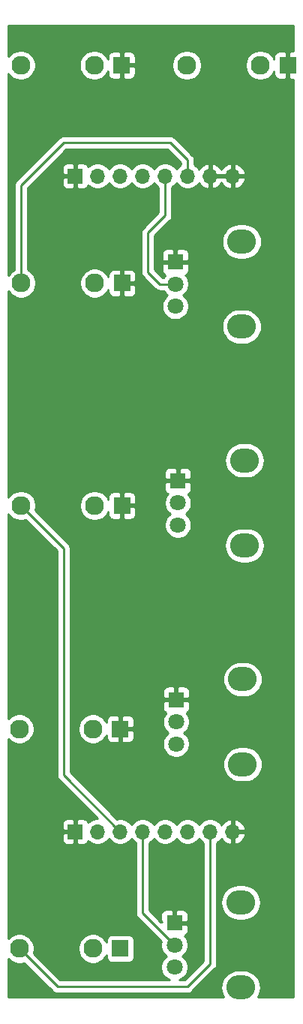
<source format=gbr>
G04 #@! TF.GenerationSoftware,KiCad,Pcbnew,5.1.6-1.fc31*
G04 #@! TF.CreationDate,2020-06-18T16:59:41-04:00*
G04 #@! TF.ProjectId,ChordArrayGUI,43686f72-6441-4727-9261-794755492e6b,rev?*
G04 #@! TF.SameCoordinates,Original*
G04 #@! TF.FileFunction,Copper,L2,Bot*
G04 #@! TF.FilePolarity,Positive*
%FSLAX46Y46*%
G04 Gerber Fmt 4.6, Leading zero omitted, Abs format (unit mm)*
G04 Created by KiCad (PCBNEW 5.1.6-1.fc31) date 2020-06-18 16:59:41*
%MOMM*%
%LPD*%
G01*
G04 APERTURE LIST*
G04 #@! TA.AperFunction,ComponentPad*
%ADD10O,1.700000X1.700000*%
G04 #@! TD*
G04 #@! TA.AperFunction,ComponentPad*
%ADD11R,1.700000X1.700000*%
G04 #@! TD*
G04 #@! TA.AperFunction,ComponentPad*
%ADD12C,2.130000*%
G04 #@! TD*
G04 #@! TA.AperFunction,ComponentPad*
%ADD13R,1.830000X1.930000*%
G04 #@! TD*
G04 #@! TA.AperFunction,ComponentPad*
%ADD14R,1.800000X1.800000*%
G04 #@! TD*
G04 #@! TA.AperFunction,ComponentPad*
%ADD15C,1.800000*%
G04 #@! TD*
G04 #@! TA.AperFunction,ComponentPad*
%ADD16O,3.240000X2.720000*%
G04 #@! TD*
G04 #@! TA.AperFunction,Conductor*
%ADD17C,0.250000*%
G04 #@! TD*
G04 #@! TA.AperFunction,Conductor*
%ADD18C,0.254000*%
G04 #@! TD*
G04 APERTURE END LIST*
D10*
G04 #@! TO.P,J9,8*
G04 #@! TO.N,GND*
X125780000Y-109500000D03*
G04 #@! TO.P,J9,7*
G04 #@! TO.N,OFFS4*
X123240000Y-109500000D03*
G04 #@! TO.P,J9,6*
G04 #@! TO.N,OFFP4*
X120700000Y-109500000D03*
G04 #@! TO.P,J9,5*
G04 #@! TO.N,OFFS3*
X118160000Y-109500000D03*
G04 #@! TO.P,J9,4*
G04 #@! TO.N,OFFP3*
X115620000Y-109500000D03*
G04 #@! TO.P,J9,3*
G04 #@! TO.N,OFFS2*
X113080000Y-109500000D03*
G04 #@! TO.P,J9,2*
G04 #@! TO.N,OFFP2*
X110540000Y-109500000D03*
D11*
G04 #@! TO.P,J9,1*
G04 #@! TO.N,GND*
X108000000Y-109500000D03*
G04 #@! TD*
D10*
G04 #@! TO.P,J8,8*
G04 #@! TO.N,GND*
X125780000Y-35500000D03*
G04 #@! TO.P,J8,7*
X123240000Y-35500000D03*
G04 #@! TO.P,J8,6*
G04 #@! TO.N,OFFS1*
X120700000Y-35500000D03*
G04 #@! TO.P,J8,5*
G04 #@! TO.N,OFFP1*
X118160000Y-35500000D03*
G04 #@! TO.P,J8,4*
G04 #@! TO.N,1V*
X115620000Y-35500000D03*
G04 #@! TO.P,J8,3*
G04 #@! TO.N,BUFFOUT*
X113080000Y-35500000D03*
G04 #@! TO.P,J8,2*
G04 #@! TO.N,CVIN*
X110540000Y-35500000D03*
D11*
G04 #@! TO.P,J8,1*
G04 #@! TO.N,GND*
X108000000Y-35500000D03*
G04 #@! TD*
D12*
G04 #@! TO.P,J1,T*
G04 #@! TO.N,CVIN*
X101850000Y-23000000D03*
D13*
G04 #@! TO.P,J1,S*
G04 #@! TO.N,GND*
X113250000Y-23000000D03*
D12*
G04 #@! TO.P,J1,TN*
G04 #@! TO.N,N/C*
X110150000Y-23000000D03*
G04 #@! TD*
G04 #@! TO.P,J3,TN*
G04 #@! TO.N,N/C*
X128900000Y-23000000D03*
D13*
G04 #@! TO.P,J3,S*
G04 #@! TO.N,GND*
X132000000Y-23000000D03*
D12*
G04 #@! TO.P,J3,T*
G04 #@! TO.N,BUFFOUT*
X120600000Y-23000000D03*
G04 #@! TD*
G04 #@! TO.P,J4,T*
G04 #@! TO.N,OFFS1*
X101900000Y-47600000D03*
D13*
G04 #@! TO.P,J4,S*
G04 #@! TO.N,GND*
X113300000Y-47600000D03*
D12*
G04 #@! TO.P,J4,TN*
G04 #@! TO.N,N/C*
X110200000Y-47600000D03*
G04 #@! TD*
G04 #@! TO.P,J5,T*
G04 #@! TO.N,OFFS2*
X101884000Y-72700000D03*
D13*
G04 #@! TO.P,J5,S*
G04 #@! TO.N,GND*
X113284000Y-72700000D03*
D12*
G04 #@! TO.P,J5,TN*
G04 #@! TO.N,N/C*
X110184000Y-72700000D03*
G04 #@! TD*
G04 #@! TO.P,J6,TN*
G04 #@! TO.N,N/C*
X110000000Y-97900000D03*
D13*
G04 #@! TO.P,J6,S*
G04 #@! TO.N,GND*
X113100000Y-97900000D03*
D12*
G04 #@! TO.P,J6,T*
G04 #@! TO.N,OFFS3*
X101700000Y-97900000D03*
G04 #@! TD*
G04 #@! TO.P,J7,TN*
G04 #@! TO.N,N/C*
X110000000Y-122700000D03*
D13*
G04 #@! TO.P,J7,S*
G04 #@! TO.N,Net-(J7-PadS)*
X113100000Y-122700000D03*
D12*
G04 #@! TO.P,J7,T*
G04 #@! TO.N,OFFS4*
X101700000Y-122700000D03*
G04 #@! TD*
D14*
G04 #@! TO.P,RV2,1*
G04 #@! TO.N,GND*
X119300000Y-45200000D03*
D15*
G04 #@! TO.P,RV2,2*
G04 #@! TO.N,OFFP1*
X119300000Y-47700000D03*
G04 #@! TO.P,RV2,3*
G04 #@! TO.N,1V*
X119300000Y-50200000D03*
D16*
G04 #@! TO.P,RV2,*
G04 #@! TO.N,*
X126800000Y-52500000D03*
X126800000Y-42900000D03*
G04 #@! TD*
D14*
G04 #@! TO.P,RV3,1*
G04 #@! TO.N,GND*
X119600000Y-69900000D03*
D15*
G04 #@! TO.P,RV3,2*
G04 #@! TO.N,OFFP2*
X119600000Y-72400000D03*
G04 #@! TO.P,RV3,3*
G04 #@! TO.N,1V*
X119600000Y-74900000D03*
D16*
G04 #@! TO.P,RV3,*
G04 #@! TO.N,*
X127100000Y-77200000D03*
X127100000Y-67600000D03*
G04 #@! TD*
G04 #@! TO.P,RV4,*
G04 #@! TO.N,*
X126900000Y-92300000D03*
X126900000Y-101900000D03*
D15*
G04 #@! TO.P,RV4,3*
G04 #@! TO.N,1V*
X119400000Y-99600000D03*
G04 #@! TO.P,RV4,2*
G04 #@! TO.N,OFFP4*
X119400000Y-97100000D03*
D14*
G04 #@! TO.P,RV4,1*
G04 #@! TO.N,GND*
X119400000Y-94600000D03*
G04 #@! TD*
D16*
G04 #@! TO.P,RV5,*
G04 #@! TO.N,*
X126700000Y-117500000D03*
X126700000Y-127100000D03*
D15*
G04 #@! TO.P,RV5,3*
G04 #@! TO.N,1V*
X119200000Y-124800000D03*
G04 #@! TO.P,RV5,2*
G04 #@! TO.N,OFFP3*
X119200000Y-122300000D03*
D14*
G04 #@! TO.P,RV5,1*
G04 #@! TO.N,GND*
X119200000Y-119800000D03*
G04 #@! TD*
D17*
G04 #@! TO.N,OFFS1*
X120700000Y-35500000D02*
X120700000Y-33705000D01*
X120700000Y-33705000D02*
X118745000Y-31750000D01*
X118745000Y-31750000D02*
X106680000Y-31750000D01*
X101900000Y-36530000D02*
X101900000Y-47600000D01*
X106680000Y-31750000D02*
X101900000Y-36530000D01*
G04 #@! TO.N,OFFS2*
X113080000Y-109500000D02*
X106680000Y-103100000D01*
X106680000Y-77496000D02*
X101884000Y-72700000D01*
X106680000Y-103100000D02*
X106680000Y-77496000D01*
G04 #@! TO.N,OFFS4*
X101700000Y-122700000D02*
X106000000Y-127000000D01*
X106000000Y-127000000D02*
X120650000Y-127000000D01*
X123240000Y-124410000D02*
X123240000Y-109500000D01*
X120650000Y-127000000D02*
X123240000Y-124410000D01*
G04 #@! TO.N,OFFP1*
X118160000Y-35500000D02*
X118160000Y-39955000D01*
X118160000Y-39955000D02*
X116205000Y-41910000D01*
X116205000Y-41910000D02*
X116205000Y-46355000D01*
X117550000Y-47700000D02*
X119300000Y-47700000D01*
X116205000Y-46355000D02*
X117550000Y-47700000D01*
G04 #@! TO.N,OFFP3*
X119200000Y-122300000D02*
X115570000Y-118670000D01*
X115570000Y-109550000D02*
X115620000Y-109500000D01*
X115570000Y-118670000D02*
X115570000Y-109550000D01*
G04 #@! TD*
D18*
G04 #@! TO.N,GND*
G36*
X132588000Y-21398524D02*
G01*
X132285750Y-21400000D01*
X132127000Y-21558750D01*
X132127000Y-22873000D01*
X132147000Y-22873000D01*
X132147000Y-23127000D01*
X132127000Y-23127000D01*
X132127000Y-24441250D01*
X132285750Y-24600000D01*
X132588000Y-24601476D01*
X132588000Y-128143000D01*
X128664610Y-128143000D01*
X128812057Y-127867147D01*
X128926133Y-127491088D01*
X128964652Y-127100000D01*
X128926133Y-126708912D01*
X128812057Y-126332853D01*
X128626807Y-125986275D01*
X128377503Y-125682497D01*
X128073725Y-125433193D01*
X127727147Y-125247943D01*
X127351088Y-125133867D01*
X127057998Y-125105000D01*
X126342002Y-125105000D01*
X126048912Y-125133867D01*
X125672853Y-125247943D01*
X125326275Y-125433193D01*
X125022497Y-125682497D01*
X124773193Y-125986275D01*
X124587943Y-126332853D01*
X124473867Y-126708912D01*
X124435348Y-127100000D01*
X124473867Y-127491088D01*
X124587943Y-127867147D01*
X124735390Y-128143000D01*
X100457000Y-128143000D01*
X100457000Y-123861164D01*
X100616313Y-124020477D01*
X100894748Y-124206521D01*
X101204128Y-124334670D01*
X101532565Y-124400000D01*
X101867435Y-124400000D01*
X102195872Y-124334670D01*
X102241125Y-124315926D01*
X105436201Y-127511003D01*
X105459999Y-127540001D01*
X105575724Y-127634974D01*
X105707753Y-127705546D01*
X105851014Y-127749003D01*
X105962667Y-127760000D01*
X105962676Y-127760000D01*
X105999999Y-127763676D01*
X106037322Y-127760000D01*
X120612678Y-127760000D01*
X120650000Y-127763676D01*
X120687322Y-127760000D01*
X120687333Y-127760000D01*
X120798986Y-127749003D01*
X120942247Y-127705546D01*
X121074276Y-127634974D01*
X121190001Y-127540001D01*
X121213804Y-127510997D01*
X123751004Y-124973798D01*
X123780001Y-124950001D01*
X123806332Y-124917917D01*
X123874974Y-124834277D01*
X123945546Y-124702247D01*
X123961754Y-124648816D01*
X123989003Y-124558986D01*
X124000000Y-124447333D01*
X124000000Y-124447324D01*
X124003676Y-124410001D01*
X124000000Y-124372678D01*
X124000000Y-117500000D01*
X124435348Y-117500000D01*
X124473867Y-117891088D01*
X124587943Y-118267147D01*
X124773193Y-118613725D01*
X125022497Y-118917503D01*
X125326275Y-119166807D01*
X125672853Y-119352057D01*
X126048912Y-119466133D01*
X126342002Y-119495000D01*
X127057998Y-119495000D01*
X127351088Y-119466133D01*
X127727147Y-119352057D01*
X128073725Y-119166807D01*
X128377503Y-118917503D01*
X128626807Y-118613725D01*
X128812057Y-118267147D01*
X128926133Y-117891088D01*
X128964652Y-117500000D01*
X128926133Y-117108912D01*
X128812057Y-116732853D01*
X128626807Y-116386275D01*
X128377503Y-116082497D01*
X128073725Y-115833193D01*
X127727147Y-115647943D01*
X127351088Y-115533867D01*
X127057998Y-115505000D01*
X126342002Y-115505000D01*
X126048912Y-115533867D01*
X125672853Y-115647943D01*
X125326275Y-115833193D01*
X125022497Y-116082497D01*
X124773193Y-116386275D01*
X124587943Y-116732853D01*
X124473867Y-117108912D01*
X124435348Y-117500000D01*
X124000000Y-117500000D01*
X124000000Y-110778178D01*
X124186632Y-110653475D01*
X124393475Y-110446632D01*
X124515195Y-110264466D01*
X124584822Y-110381355D01*
X124779731Y-110597588D01*
X125013080Y-110771641D01*
X125275901Y-110896825D01*
X125423110Y-110941476D01*
X125653000Y-110820155D01*
X125653000Y-109627000D01*
X125907000Y-109627000D01*
X125907000Y-110820155D01*
X126136890Y-110941476D01*
X126284099Y-110896825D01*
X126546920Y-110771641D01*
X126780269Y-110597588D01*
X126975178Y-110381355D01*
X127124157Y-110131252D01*
X127221481Y-109856891D01*
X127100814Y-109627000D01*
X125907000Y-109627000D01*
X125653000Y-109627000D01*
X125633000Y-109627000D01*
X125633000Y-109373000D01*
X125653000Y-109373000D01*
X125653000Y-108179845D01*
X125907000Y-108179845D01*
X125907000Y-109373000D01*
X127100814Y-109373000D01*
X127221481Y-109143109D01*
X127124157Y-108868748D01*
X126975178Y-108618645D01*
X126780269Y-108402412D01*
X126546920Y-108228359D01*
X126284099Y-108103175D01*
X126136890Y-108058524D01*
X125907000Y-108179845D01*
X125653000Y-108179845D01*
X125423110Y-108058524D01*
X125275901Y-108103175D01*
X125013080Y-108228359D01*
X124779731Y-108402412D01*
X124584822Y-108618645D01*
X124515195Y-108735534D01*
X124393475Y-108553368D01*
X124186632Y-108346525D01*
X123943411Y-108184010D01*
X123673158Y-108072068D01*
X123386260Y-108015000D01*
X123093740Y-108015000D01*
X122806842Y-108072068D01*
X122536589Y-108184010D01*
X122293368Y-108346525D01*
X122086525Y-108553368D01*
X121970000Y-108727760D01*
X121853475Y-108553368D01*
X121646632Y-108346525D01*
X121403411Y-108184010D01*
X121133158Y-108072068D01*
X120846260Y-108015000D01*
X120553740Y-108015000D01*
X120266842Y-108072068D01*
X119996589Y-108184010D01*
X119753368Y-108346525D01*
X119546525Y-108553368D01*
X119430000Y-108727760D01*
X119313475Y-108553368D01*
X119106632Y-108346525D01*
X118863411Y-108184010D01*
X118593158Y-108072068D01*
X118306260Y-108015000D01*
X118013740Y-108015000D01*
X117726842Y-108072068D01*
X117456589Y-108184010D01*
X117213368Y-108346525D01*
X117006525Y-108553368D01*
X116890000Y-108727760D01*
X116773475Y-108553368D01*
X116566632Y-108346525D01*
X116323411Y-108184010D01*
X116053158Y-108072068D01*
X115766260Y-108015000D01*
X115473740Y-108015000D01*
X115186842Y-108072068D01*
X114916589Y-108184010D01*
X114673368Y-108346525D01*
X114466525Y-108553368D01*
X114350000Y-108727760D01*
X114233475Y-108553368D01*
X114026632Y-108346525D01*
X113783411Y-108184010D01*
X113513158Y-108072068D01*
X113226260Y-108015000D01*
X112933740Y-108015000D01*
X112713592Y-108058790D01*
X107440000Y-102785199D01*
X107440000Y-101900000D01*
X124635348Y-101900000D01*
X124673867Y-102291088D01*
X124787943Y-102667147D01*
X124973193Y-103013725D01*
X125222497Y-103317503D01*
X125526275Y-103566807D01*
X125872853Y-103752057D01*
X126248912Y-103866133D01*
X126542002Y-103895000D01*
X127257998Y-103895000D01*
X127551088Y-103866133D01*
X127927147Y-103752057D01*
X128273725Y-103566807D01*
X128577503Y-103317503D01*
X128826807Y-103013725D01*
X129012057Y-102667147D01*
X129126133Y-102291088D01*
X129164652Y-101900000D01*
X129126133Y-101508912D01*
X129012057Y-101132853D01*
X128826807Y-100786275D01*
X128577503Y-100482497D01*
X128273725Y-100233193D01*
X127927147Y-100047943D01*
X127551088Y-99933867D01*
X127257998Y-99905000D01*
X126542002Y-99905000D01*
X126248912Y-99933867D01*
X125872853Y-100047943D01*
X125526275Y-100233193D01*
X125222497Y-100482497D01*
X124973193Y-100786275D01*
X124787943Y-101132853D01*
X124673867Y-101508912D01*
X124635348Y-101900000D01*
X107440000Y-101900000D01*
X107440000Y-97732565D01*
X108300000Y-97732565D01*
X108300000Y-98067435D01*
X108365330Y-98395872D01*
X108493479Y-98705252D01*
X108679523Y-98983687D01*
X108916313Y-99220477D01*
X109194748Y-99406521D01*
X109504128Y-99534670D01*
X109832565Y-99600000D01*
X110167435Y-99600000D01*
X110495872Y-99534670D01*
X110805252Y-99406521D01*
X111083687Y-99220477D01*
X111320477Y-98983687D01*
X111506521Y-98705252D01*
X111548105Y-98604860D01*
X111546928Y-98865000D01*
X111559188Y-98989482D01*
X111595498Y-99109180D01*
X111654463Y-99219494D01*
X111733815Y-99316185D01*
X111830506Y-99395537D01*
X111940820Y-99454502D01*
X112060518Y-99490812D01*
X112185000Y-99503072D01*
X112814250Y-99500000D01*
X112973000Y-99341250D01*
X112973000Y-98027000D01*
X113227000Y-98027000D01*
X113227000Y-99341250D01*
X113385750Y-99500000D01*
X114015000Y-99503072D01*
X114139482Y-99490812D01*
X114259180Y-99454502D01*
X114369494Y-99395537D01*
X114466185Y-99316185D01*
X114545537Y-99219494D01*
X114604502Y-99109180D01*
X114640812Y-98989482D01*
X114653072Y-98865000D01*
X114650000Y-98185750D01*
X114491250Y-98027000D01*
X113227000Y-98027000D01*
X112973000Y-98027000D01*
X112953000Y-98027000D01*
X112953000Y-97773000D01*
X112973000Y-97773000D01*
X112973000Y-96458750D01*
X113227000Y-96458750D01*
X113227000Y-97773000D01*
X114491250Y-97773000D01*
X114650000Y-97614250D01*
X114653072Y-96935000D01*
X114640812Y-96810518D01*
X114604502Y-96690820D01*
X114545537Y-96580506D01*
X114466185Y-96483815D01*
X114369494Y-96404463D01*
X114259180Y-96345498D01*
X114139482Y-96309188D01*
X114015000Y-96296928D01*
X113385750Y-96300000D01*
X113227000Y-96458750D01*
X112973000Y-96458750D01*
X112814250Y-96300000D01*
X112185000Y-96296928D01*
X112060518Y-96309188D01*
X111940820Y-96345498D01*
X111830506Y-96404463D01*
X111733815Y-96483815D01*
X111654463Y-96580506D01*
X111595498Y-96690820D01*
X111559188Y-96810518D01*
X111546928Y-96935000D01*
X111548105Y-97195140D01*
X111506521Y-97094748D01*
X111320477Y-96816313D01*
X111083687Y-96579523D01*
X110805252Y-96393479D01*
X110495872Y-96265330D01*
X110167435Y-96200000D01*
X109832565Y-96200000D01*
X109504128Y-96265330D01*
X109194748Y-96393479D01*
X108916313Y-96579523D01*
X108679523Y-96816313D01*
X108493479Y-97094748D01*
X108365330Y-97404128D01*
X108300000Y-97732565D01*
X107440000Y-97732565D01*
X107440000Y-95500000D01*
X117861928Y-95500000D01*
X117874188Y-95624482D01*
X117910498Y-95744180D01*
X117969463Y-95854494D01*
X118048815Y-95951185D01*
X118145506Y-96030537D01*
X118245303Y-96083880D01*
X118207688Y-96121495D01*
X118039701Y-96372905D01*
X117923989Y-96652257D01*
X117865000Y-96948816D01*
X117865000Y-97251184D01*
X117923989Y-97547743D01*
X118039701Y-97827095D01*
X118207688Y-98078505D01*
X118421495Y-98292312D01*
X118507831Y-98350000D01*
X118421495Y-98407688D01*
X118207688Y-98621495D01*
X118039701Y-98872905D01*
X117923989Y-99152257D01*
X117865000Y-99448816D01*
X117865000Y-99751184D01*
X117923989Y-100047743D01*
X118039701Y-100327095D01*
X118207688Y-100578505D01*
X118421495Y-100792312D01*
X118672905Y-100960299D01*
X118952257Y-101076011D01*
X119248816Y-101135000D01*
X119551184Y-101135000D01*
X119847743Y-101076011D01*
X120127095Y-100960299D01*
X120378505Y-100792312D01*
X120592312Y-100578505D01*
X120760299Y-100327095D01*
X120876011Y-100047743D01*
X120935000Y-99751184D01*
X120935000Y-99448816D01*
X120876011Y-99152257D01*
X120760299Y-98872905D01*
X120592312Y-98621495D01*
X120378505Y-98407688D01*
X120292169Y-98350000D01*
X120378505Y-98292312D01*
X120592312Y-98078505D01*
X120760299Y-97827095D01*
X120876011Y-97547743D01*
X120935000Y-97251184D01*
X120935000Y-96948816D01*
X120876011Y-96652257D01*
X120760299Y-96372905D01*
X120592312Y-96121495D01*
X120554697Y-96083880D01*
X120654494Y-96030537D01*
X120751185Y-95951185D01*
X120830537Y-95854494D01*
X120889502Y-95744180D01*
X120925812Y-95624482D01*
X120938072Y-95500000D01*
X120935000Y-94885750D01*
X120776250Y-94727000D01*
X119527000Y-94727000D01*
X119527000Y-94747000D01*
X119273000Y-94747000D01*
X119273000Y-94727000D01*
X118023750Y-94727000D01*
X117865000Y-94885750D01*
X117861928Y-95500000D01*
X107440000Y-95500000D01*
X107440000Y-93700000D01*
X117861928Y-93700000D01*
X117865000Y-94314250D01*
X118023750Y-94473000D01*
X119273000Y-94473000D01*
X119273000Y-93223750D01*
X119527000Y-93223750D01*
X119527000Y-94473000D01*
X120776250Y-94473000D01*
X120935000Y-94314250D01*
X120938072Y-93700000D01*
X120925812Y-93575518D01*
X120889502Y-93455820D01*
X120830537Y-93345506D01*
X120751185Y-93248815D01*
X120654494Y-93169463D01*
X120544180Y-93110498D01*
X120424482Y-93074188D01*
X120300000Y-93061928D01*
X119685750Y-93065000D01*
X119527000Y-93223750D01*
X119273000Y-93223750D01*
X119114250Y-93065000D01*
X118500000Y-93061928D01*
X118375518Y-93074188D01*
X118255820Y-93110498D01*
X118145506Y-93169463D01*
X118048815Y-93248815D01*
X117969463Y-93345506D01*
X117910498Y-93455820D01*
X117874188Y-93575518D01*
X117861928Y-93700000D01*
X107440000Y-93700000D01*
X107440000Y-92300000D01*
X124635348Y-92300000D01*
X124673867Y-92691088D01*
X124787943Y-93067147D01*
X124973193Y-93413725D01*
X125222497Y-93717503D01*
X125526275Y-93966807D01*
X125872853Y-94152057D01*
X126248912Y-94266133D01*
X126542002Y-94295000D01*
X127257998Y-94295000D01*
X127551088Y-94266133D01*
X127927147Y-94152057D01*
X128273725Y-93966807D01*
X128577503Y-93717503D01*
X128826807Y-93413725D01*
X129012057Y-93067147D01*
X129126133Y-92691088D01*
X129164652Y-92300000D01*
X129126133Y-91908912D01*
X129012057Y-91532853D01*
X128826807Y-91186275D01*
X128577503Y-90882497D01*
X128273725Y-90633193D01*
X127927147Y-90447943D01*
X127551088Y-90333867D01*
X127257998Y-90305000D01*
X126542002Y-90305000D01*
X126248912Y-90333867D01*
X125872853Y-90447943D01*
X125526275Y-90633193D01*
X125222497Y-90882497D01*
X124973193Y-91186275D01*
X124787943Y-91532853D01*
X124673867Y-91908912D01*
X124635348Y-92300000D01*
X107440000Y-92300000D01*
X107440000Y-77533322D01*
X107443676Y-77495999D01*
X107440000Y-77458676D01*
X107440000Y-77458667D01*
X107429003Y-77347014D01*
X107385546Y-77203753D01*
X107383540Y-77200000D01*
X124835348Y-77200000D01*
X124873867Y-77591088D01*
X124987943Y-77967147D01*
X125173193Y-78313725D01*
X125422497Y-78617503D01*
X125726275Y-78866807D01*
X126072853Y-79052057D01*
X126448912Y-79166133D01*
X126742002Y-79195000D01*
X127457998Y-79195000D01*
X127751088Y-79166133D01*
X128127147Y-79052057D01*
X128473725Y-78866807D01*
X128777503Y-78617503D01*
X129026807Y-78313725D01*
X129212057Y-77967147D01*
X129326133Y-77591088D01*
X129364652Y-77200000D01*
X129326133Y-76808912D01*
X129212057Y-76432853D01*
X129026807Y-76086275D01*
X128777503Y-75782497D01*
X128473725Y-75533193D01*
X128127147Y-75347943D01*
X127751088Y-75233867D01*
X127457998Y-75205000D01*
X126742002Y-75205000D01*
X126448912Y-75233867D01*
X126072853Y-75347943D01*
X125726275Y-75533193D01*
X125422497Y-75782497D01*
X125173193Y-76086275D01*
X124987943Y-76432853D01*
X124873867Y-76808912D01*
X124835348Y-77200000D01*
X107383540Y-77200000D01*
X107314974Y-77071724D01*
X107220001Y-76955999D01*
X107191003Y-76932201D01*
X103499926Y-73241125D01*
X103518670Y-73195872D01*
X103584000Y-72867435D01*
X103584000Y-72532565D01*
X108484000Y-72532565D01*
X108484000Y-72867435D01*
X108549330Y-73195872D01*
X108677479Y-73505252D01*
X108863523Y-73783687D01*
X109100313Y-74020477D01*
X109378748Y-74206521D01*
X109688128Y-74334670D01*
X110016565Y-74400000D01*
X110351435Y-74400000D01*
X110679872Y-74334670D01*
X110989252Y-74206521D01*
X111267687Y-74020477D01*
X111504477Y-73783687D01*
X111690521Y-73505252D01*
X111732105Y-73404860D01*
X111730928Y-73665000D01*
X111743188Y-73789482D01*
X111779498Y-73909180D01*
X111838463Y-74019494D01*
X111917815Y-74116185D01*
X112014506Y-74195537D01*
X112124820Y-74254502D01*
X112244518Y-74290812D01*
X112369000Y-74303072D01*
X112998250Y-74300000D01*
X113157000Y-74141250D01*
X113157000Y-72827000D01*
X113411000Y-72827000D01*
X113411000Y-74141250D01*
X113569750Y-74300000D01*
X114199000Y-74303072D01*
X114323482Y-74290812D01*
X114443180Y-74254502D01*
X114553494Y-74195537D01*
X114650185Y-74116185D01*
X114729537Y-74019494D01*
X114788502Y-73909180D01*
X114824812Y-73789482D01*
X114837072Y-73665000D01*
X114834000Y-72985750D01*
X114675250Y-72827000D01*
X113411000Y-72827000D01*
X113157000Y-72827000D01*
X113137000Y-72827000D01*
X113137000Y-72573000D01*
X113157000Y-72573000D01*
X113157000Y-71258750D01*
X113411000Y-71258750D01*
X113411000Y-72573000D01*
X114675250Y-72573000D01*
X114834000Y-72414250D01*
X114837072Y-71735000D01*
X114824812Y-71610518D01*
X114788502Y-71490820D01*
X114729537Y-71380506D01*
X114650185Y-71283815D01*
X114553494Y-71204463D01*
X114443180Y-71145498D01*
X114323482Y-71109188D01*
X114199000Y-71096928D01*
X113569750Y-71100000D01*
X113411000Y-71258750D01*
X113157000Y-71258750D01*
X112998250Y-71100000D01*
X112369000Y-71096928D01*
X112244518Y-71109188D01*
X112124820Y-71145498D01*
X112014506Y-71204463D01*
X111917815Y-71283815D01*
X111838463Y-71380506D01*
X111779498Y-71490820D01*
X111743188Y-71610518D01*
X111730928Y-71735000D01*
X111732105Y-71995140D01*
X111690521Y-71894748D01*
X111504477Y-71616313D01*
X111267687Y-71379523D01*
X110989252Y-71193479D01*
X110679872Y-71065330D01*
X110351435Y-71000000D01*
X110016565Y-71000000D01*
X109688128Y-71065330D01*
X109378748Y-71193479D01*
X109100313Y-71379523D01*
X108863523Y-71616313D01*
X108677479Y-71894748D01*
X108549330Y-72204128D01*
X108484000Y-72532565D01*
X103584000Y-72532565D01*
X103518670Y-72204128D01*
X103390521Y-71894748D01*
X103204477Y-71616313D01*
X102967687Y-71379523D01*
X102689252Y-71193479D01*
X102379872Y-71065330D01*
X102051435Y-71000000D01*
X101716565Y-71000000D01*
X101388128Y-71065330D01*
X101078748Y-71193479D01*
X100800313Y-71379523D01*
X100563523Y-71616313D01*
X100457000Y-71775736D01*
X100457000Y-70800000D01*
X118061928Y-70800000D01*
X118074188Y-70924482D01*
X118110498Y-71044180D01*
X118169463Y-71154494D01*
X118248815Y-71251185D01*
X118345506Y-71330537D01*
X118445303Y-71383880D01*
X118407688Y-71421495D01*
X118239701Y-71672905D01*
X118123989Y-71952257D01*
X118065000Y-72248816D01*
X118065000Y-72551184D01*
X118123989Y-72847743D01*
X118239701Y-73127095D01*
X118407688Y-73378505D01*
X118621495Y-73592312D01*
X118707831Y-73650000D01*
X118621495Y-73707688D01*
X118407688Y-73921495D01*
X118239701Y-74172905D01*
X118123989Y-74452257D01*
X118065000Y-74748816D01*
X118065000Y-75051184D01*
X118123989Y-75347743D01*
X118239701Y-75627095D01*
X118407688Y-75878505D01*
X118621495Y-76092312D01*
X118872905Y-76260299D01*
X119152257Y-76376011D01*
X119448816Y-76435000D01*
X119751184Y-76435000D01*
X120047743Y-76376011D01*
X120327095Y-76260299D01*
X120578505Y-76092312D01*
X120792312Y-75878505D01*
X120960299Y-75627095D01*
X121076011Y-75347743D01*
X121135000Y-75051184D01*
X121135000Y-74748816D01*
X121076011Y-74452257D01*
X120960299Y-74172905D01*
X120792312Y-73921495D01*
X120578505Y-73707688D01*
X120492169Y-73650000D01*
X120578505Y-73592312D01*
X120792312Y-73378505D01*
X120960299Y-73127095D01*
X121076011Y-72847743D01*
X121135000Y-72551184D01*
X121135000Y-72248816D01*
X121076011Y-71952257D01*
X120960299Y-71672905D01*
X120792312Y-71421495D01*
X120754697Y-71383880D01*
X120854494Y-71330537D01*
X120951185Y-71251185D01*
X121030537Y-71154494D01*
X121089502Y-71044180D01*
X121125812Y-70924482D01*
X121138072Y-70800000D01*
X121135000Y-70185750D01*
X120976250Y-70027000D01*
X119727000Y-70027000D01*
X119727000Y-70047000D01*
X119473000Y-70047000D01*
X119473000Y-70027000D01*
X118223750Y-70027000D01*
X118065000Y-70185750D01*
X118061928Y-70800000D01*
X100457000Y-70800000D01*
X100457000Y-69000000D01*
X118061928Y-69000000D01*
X118065000Y-69614250D01*
X118223750Y-69773000D01*
X119473000Y-69773000D01*
X119473000Y-68523750D01*
X119727000Y-68523750D01*
X119727000Y-69773000D01*
X120976250Y-69773000D01*
X121135000Y-69614250D01*
X121138072Y-69000000D01*
X121125812Y-68875518D01*
X121089502Y-68755820D01*
X121030537Y-68645506D01*
X120951185Y-68548815D01*
X120854494Y-68469463D01*
X120744180Y-68410498D01*
X120624482Y-68374188D01*
X120500000Y-68361928D01*
X119885750Y-68365000D01*
X119727000Y-68523750D01*
X119473000Y-68523750D01*
X119314250Y-68365000D01*
X118700000Y-68361928D01*
X118575518Y-68374188D01*
X118455820Y-68410498D01*
X118345506Y-68469463D01*
X118248815Y-68548815D01*
X118169463Y-68645506D01*
X118110498Y-68755820D01*
X118074188Y-68875518D01*
X118061928Y-69000000D01*
X100457000Y-69000000D01*
X100457000Y-67600000D01*
X124835348Y-67600000D01*
X124873867Y-67991088D01*
X124987943Y-68367147D01*
X125173193Y-68713725D01*
X125422497Y-69017503D01*
X125726275Y-69266807D01*
X126072853Y-69452057D01*
X126448912Y-69566133D01*
X126742002Y-69595000D01*
X127457998Y-69595000D01*
X127751088Y-69566133D01*
X128127147Y-69452057D01*
X128473725Y-69266807D01*
X128777503Y-69017503D01*
X129026807Y-68713725D01*
X129212057Y-68367147D01*
X129326133Y-67991088D01*
X129364652Y-67600000D01*
X129326133Y-67208912D01*
X129212057Y-66832853D01*
X129026807Y-66486275D01*
X128777503Y-66182497D01*
X128473725Y-65933193D01*
X128127147Y-65747943D01*
X127751088Y-65633867D01*
X127457998Y-65605000D01*
X126742002Y-65605000D01*
X126448912Y-65633867D01*
X126072853Y-65747943D01*
X125726275Y-65933193D01*
X125422497Y-66182497D01*
X125173193Y-66486275D01*
X124987943Y-66832853D01*
X124873867Y-67208912D01*
X124835348Y-67600000D01*
X100457000Y-67600000D01*
X100457000Y-52500000D01*
X124535348Y-52500000D01*
X124573867Y-52891088D01*
X124687943Y-53267147D01*
X124873193Y-53613725D01*
X125122497Y-53917503D01*
X125426275Y-54166807D01*
X125772853Y-54352057D01*
X126148912Y-54466133D01*
X126442002Y-54495000D01*
X127157998Y-54495000D01*
X127451088Y-54466133D01*
X127827147Y-54352057D01*
X128173725Y-54166807D01*
X128477503Y-53917503D01*
X128726807Y-53613725D01*
X128912057Y-53267147D01*
X129026133Y-52891088D01*
X129064652Y-52500000D01*
X129026133Y-52108912D01*
X128912057Y-51732853D01*
X128726807Y-51386275D01*
X128477503Y-51082497D01*
X128173725Y-50833193D01*
X127827147Y-50647943D01*
X127451088Y-50533867D01*
X127157998Y-50505000D01*
X126442002Y-50505000D01*
X126148912Y-50533867D01*
X125772853Y-50647943D01*
X125426275Y-50833193D01*
X125122497Y-51082497D01*
X124873193Y-51386275D01*
X124687943Y-51732853D01*
X124573867Y-52108912D01*
X124535348Y-52500000D01*
X100457000Y-52500000D01*
X100457000Y-48500318D01*
X100579523Y-48683687D01*
X100816313Y-48920477D01*
X101094748Y-49106521D01*
X101404128Y-49234670D01*
X101732565Y-49300000D01*
X102067435Y-49300000D01*
X102395872Y-49234670D01*
X102705252Y-49106521D01*
X102983687Y-48920477D01*
X103220477Y-48683687D01*
X103406521Y-48405252D01*
X103534670Y-48095872D01*
X103600000Y-47767435D01*
X103600000Y-47432565D01*
X108500000Y-47432565D01*
X108500000Y-47767435D01*
X108565330Y-48095872D01*
X108693479Y-48405252D01*
X108879523Y-48683687D01*
X109116313Y-48920477D01*
X109394748Y-49106521D01*
X109704128Y-49234670D01*
X110032565Y-49300000D01*
X110367435Y-49300000D01*
X110695872Y-49234670D01*
X111005252Y-49106521D01*
X111283687Y-48920477D01*
X111520477Y-48683687D01*
X111706521Y-48405252D01*
X111748105Y-48304860D01*
X111746928Y-48565000D01*
X111759188Y-48689482D01*
X111795498Y-48809180D01*
X111854463Y-48919494D01*
X111933815Y-49016185D01*
X112030506Y-49095537D01*
X112140820Y-49154502D01*
X112260518Y-49190812D01*
X112385000Y-49203072D01*
X113014250Y-49200000D01*
X113173000Y-49041250D01*
X113173000Y-47727000D01*
X113427000Y-47727000D01*
X113427000Y-49041250D01*
X113585750Y-49200000D01*
X114215000Y-49203072D01*
X114339482Y-49190812D01*
X114459180Y-49154502D01*
X114569494Y-49095537D01*
X114666185Y-49016185D01*
X114745537Y-48919494D01*
X114804502Y-48809180D01*
X114840812Y-48689482D01*
X114853072Y-48565000D01*
X114850000Y-47885750D01*
X114691250Y-47727000D01*
X113427000Y-47727000D01*
X113173000Y-47727000D01*
X113153000Y-47727000D01*
X113153000Y-47473000D01*
X113173000Y-47473000D01*
X113173000Y-46158750D01*
X113427000Y-46158750D01*
X113427000Y-47473000D01*
X114691250Y-47473000D01*
X114850000Y-47314250D01*
X114853072Y-46635000D01*
X114840812Y-46510518D01*
X114804502Y-46390820D01*
X114745537Y-46280506D01*
X114666185Y-46183815D01*
X114569494Y-46104463D01*
X114459180Y-46045498D01*
X114339482Y-46009188D01*
X114215000Y-45996928D01*
X113585750Y-46000000D01*
X113427000Y-46158750D01*
X113173000Y-46158750D01*
X113014250Y-46000000D01*
X112385000Y-45996928D01*
X112260518Y-46009188D01*
X112140820Y-46045498D01*
X112030506Y-46104463D01*
X111933815Y-46183815D01*
X111854463Y-46280506D01*
X111795498Y-46390820D01*
X111759188Y-46510518D01*
X111746928Y-46635000D01*
X111748105Y-46895140D01*
X111706521Y-46794748D01*
X111520477Y-46516313D01*
X111283687Y-46279523D01*
X111005252Y-46093479D01*
X110695872Y-45965330D01*
X110367435Y-45900000D01*
X110032565Y-45900000D01*
X109704128Y-45965330D01*
X109394748Y-46093479D01*
X109116313Y-46279523D01*
X108879523Y-46516313D01*
X108693479Y-46794748D01*
X108565330Y-47104128D01*
X108500000Y-47432565D01*
X103600000Y-47432565D01*
X103534670Y-47104128D01*
X103406521Y-46794748D01*
X103220477Y-46516313D01*
X102983687Y-46279523D01*
X102705252Y-46093479D01*
X102660000Y-46074735D01*
X102660000Y-36844801D01*
X103154801Y-36350000D01*
X106511928Y-36350000D01*
X106524188Y-36474482D01*
X106560498Y-36594180D01*
X106619463Y-36704494D01*
X106698815Y-36801185D01*
X106795506Y-36880537D01*
X106905820Y-36939502D01*
X107025518Y-36975812D01*
X107150000Y-36988072D01*
X107714250Y-36985000D01*
X107873000Y-36826250D01*
X107873000Y-35627000D01*
X106673750Y-35627000D01*
X106515000Y-35785750D01*
X106511928Y-36350000D01*
X103154801Y-36350000D01*
X104854801Y-34650000D01*
X106511928Y-34650000D01*
X106515000Y-35214250D01*
X106673750Y-35373000D01*
X107873000Y-35373000D01*
X107873000Y-34173750D01*
X107714250Y-34015000D01*
X107150000Y-34011928D01*
X107025518Y-34024188D01*
X106905820Y-34060498D01*
X106795506Y-34119463D01*
X106698815Y-34198815D01*
X106619463Y-34295506D01*
X106560498Y-34405820D01*
X106524188Y-34525518D01*
X106511928Y-34650000D01*
X104854801Y-34650000D01*
X106994802Y-32510000D01*
X118430199Y-32510000D01*
X119940001Y-34019803D01*
X119940001Y-34221821D01*
X119753368Y-34346525D01*
X119546525Y-34553368D01*
X119430000Y-34727760D01*
X119313475Y-34553368D01*
X119106632Y-34346525D01*
X118863411Y-34184010D01*
X118593158Y-34072068D01*
X118306260Y-34015000D01*
X118013740Y-34015000D01*
X117726842Y-34072068D01*
X117456589Y-34184010D01*
X117213368Y-34346525D01*
X117006525Y-34553368D01*
X116890000Y-34727760D01*
X116773475Y-34553368D01*
X116566632Y-34346525D01*
X116323411Y-34184010D01*
X116053158Y-34072068D01*
X115766260Y-34015000D01*
X115473740Y-34015000D01*
X115186842Y-34072068D01*
X114916589Y-34184010D01*
X114673368Y-34346525D01*
X114466525Y-34553368D01*
X114350000Y-34727760D01*
X114233475Y-34553368D01*
X114026632Y-34346525D01*
X113783411Y-34184010D01*
X113513158Y-34072068D01*
X113226260Y-34015000D01*
X112933740Y-34015000D01*
X112646842Y-34072068D01*
X112376589Y-34184010D01*
X112133368Y-34346525D01*
X111926525Y-34553368D01*
X111810000Y-34727760D01*
X111693475Y-34553368D01*
X111486632Y-34346525D01*
X111243411Y-34184010D01*
X110973158Y-34072068D01*
X110686260Y-34015000D01*
X110393740Y-34015000D01*
X110106842Y-34072068D01*
X109836589Y-34184010D01*
X109593368Y-34346525D01*
X109461513Y-34478380D01*
X109439502Y-34405820D01*
X109380537Y-34295506D01*
X109301185Y-34198815D01*
X109204494Y-34119463D01*
X109094180Y-34060498D01*
X108974482Y-34024188D01*
X108850000Y-34011928D01*
X108285750Y-34015000D01*
X108127000Y-34173750D01*
X108127000Y-35373000D01*
X108147000Y-35373000D01*
X108147000Y-35627000D01*
X108127000Y-35627000D01*
X108127000Y-36826250D01*
X108285750Y-36985000D01*
X108850000Y-36988072D01*
X108974482Y-36975812D01*
X109094180Y-36939502D01*
X109204494Y-36880537D01*
X109301185Y-36801185D01*
X109380537Y-36704494D01*
X109439502Y-36594180D01*
X109461513Y-36521620D01*
X109593368Y-36653475D01*
X109836589Y-36815990D01*
X110106842Y-36927932D01*
X110393740Y-36985000D01*
X110686260Y-36985000D01*
X110973158Y-36927932D01*
X111243411Y-36815990D01*
X111486632Y-36653475D01*
X111693475Y-36446632D01*
X111810000Y-36272240D01*
X111926525Y-36446632D01*
X112133368Y-36653475D01*
X112376589Y-36815990D01*
X112646842Y-36927932D01*
X112933740Y-36985000D01*
X113226260Y-36985000D01*
X113513158Y-36927932D01*
X113783411Y-36815990D01*
X114026632Y-36653475D01*
X114233475Y-36446632D01*
X114350000Y-36272240D01*
X114466525Y-36446632D01*
X114673368Y-36653475D01*
X114916589Y-36815990D01*
X115186842Y-36927932D01*
X115473740Y-36985000D01*
X115766260Y-36985000D01*
X116053158Y-36927932D01*
X116323411Y-36815990D01*
X116566632Y-36653475D01*
X116773475Y-36446632D01*
X116890000Y-36272240D01*
X117006525Y-36446632D01*
X117213368Y-36653475D01*
X117400000Y-36778179D01*
X117400001Y-39640197D01*
X115694003Y-41346196D01*
X115664999Y-41369999D01*
X115609871Y-41437174D01*
X115570026Y-41485724D01*
X115499455Y-41617753D01*
X115499454Y-41617754D01*
X115455997Y-41761015D01*
X115445000Y-41872668D01*
X115445000Y-41872678D01*
X115441324Y-41910000D01*
X115445000Y-41947323D01*
X115445001Y-46317668D01*
X115441324Y-46355000D01*
X115445001Y-46392333D01*
X115455998Y-46503986D01*
X115469180Y-46547442D01*
X115499454Y-46647246D01*
X115570026Y-46779276D01*
X115641201Y-46866002D01*
X115665000Y-46895001D01*
X115693998Y-46918799D01*
X116986201Y-48211003D01*
X117009999Y-48240001D01*
X117125724Y-48334974D01*
X117257753Y-48405546D01*
X117401014Y-48449003D01*
X117512667Y-48460000D01*
X117512676Y-48460000D01*
X117549999Y-48463676D01*
X117587322Y-48460000D01*
X117961687Y-48460000D01*
X118107688Y-48678505D01*
X118321495Y-48892312D01*
X118407831Y-48950000D01*
X118321495Y-49007688D01*
X118107688Y-49221495D01*
X117939701Y-49472905D01*
X117823989Y-49752257D01*
X117765000Y-50048816D01*
X117765000Y-50351184D01*
X117823989Y-50647743D01*
X117939701Y-50927095D01*
X118107688Y-51178505D01*
X118321495Y-51392312D01*
X118572905Y-51560299D01*
X118852257Y-51676011D01*
X119148816Y-51735000D01*
X119451184Y-51735000D01*
X119747743Y-51676011D01*
X120027095Y-51560299D01*
X120278505Y-51392312D01*
X120492312Y-51178505D01*
X120660299Y-50927095D01*
X120776011Y-50647743D01*
X120835000Y-50351184D01*
X120835000Y-50048816D01*
X120776011Y-49752257D01*
X120660299Y-49472905D01*
X120492312Y-49221495D01*
X120278505Y-49007688D01*
X120192169Y-48950000D01*
X120278505Y-48892312D01*
X120492312Y-48678505D01*
X120660299Y-48427095D01*
X120776011Y-48147743D01*
X120835000Y-47851184D01*
X120835000Y-47548816D01*
X120776011Y-47252257D01*
X120660299Y-46972905D01*
X120492312Y-46721495D01*
X120454697Y-46683880D01*
X120554494Y-46630537D01*
X120651185Y-46551185D01*
X120730537Y-46454494D01*
X120789502Y-46344180D01*
X120825812Y-46224482D01*
X120838072Y-46100000D01*
X120835000Y-45485750D01*
X120676250Y-45327000D01*
X119427000Y-45327000D01*
X119427000Y-45347000D01*
X119173000Y-45347000D01*
X119173000Y-45327000D01*
X117923750Y-45327000D01*
X117765000Y-45485750D01*
X117761928Y-46100000D01*
X117774188Y-46224482D01*
X117810498Y-46344180D01*
X117869463Y-46454494D01*
X117948815Y-46551185D01*
X118045506Y-46630537D01*
X118145303Y-46683880D01*
X118107688Y-46721495D01*
X117961687Y-46940000D01*
X117864802Y-46940000D01*
X116965000Y-46040199D01*
X116965000Y-44300000D01*
X117761928Y-44300000D01*
X117765000Y-44914250D01*
X117923750Y-45073000D01*
X119173000Y-45073000D01*
X119173000Y-43823750D01*
X119427000Y-43823750D01*
X119427000Y-45073000D01*
X120676250Y-45073000D01*
X120835000Y-44914250D01*
X120838072Y-44300000D01*
X120825812Y-44175518D01*
X120789502Y-44055820D01*
X120730537Y-43945506D01*
X120651185Y-43848815D01*
X120554494Y-43769463D01*
X120444180Y-43710498D01*
X120324482Y-43674188D01*
X120200000Y-43661928D01*
X119585750Y-43665000D01*
X119427000Y-43823750D01*
X119173000Y-43823750D01*
X119014250Y-43665000D01*
X118400000Y-43661928D01*
X118275518Y-43674188D01*
X118155820Y-43710498D01*
X118045506Y-43769463D01*
X117948815Y-43848815D01*
X117869463Y-43945506D01*
X117810498Y-44055820D01*
X117774188Y-44175518D01*
X117761928Y-44300000D01*
X116965000Y-44300000D01*
X116965000Y-42900000D01*
X124535348Y-42900000D01*
X124573867Y-43291088D01*
X124687943Y-43667147D01*
X124873193Y-44013725D01*
X125122497Y-44317503D01*
X125426275Y-44566807D01*
X125772853Y-44752057D01*
X126148912Y-44866133D01*
X126442002Y-44895000D01*
X127157998Y-44895000D01*
X127451088Y-44866133D01*
X127827147Y-44752057D01*
X128173725Y-44566807D01*
X128477503Y-44317503D01*
X128726807Y-44013725D01*
X128912057Y-43667147D01*
X129026133Y-43291088D01*
X129064652Y-42900000D01*
X129026133Y-42508912D01*
X128912057Y-42132853D01*
X128726807Y-41786275D01*
X128477503Y-41482497D01*
X128173725Y-41233193D01*
X127827147Y-41047943D01*
X127451088Y-40933867D01*
X127157998Y-40905000D01*
X126442002Y-40905000D01*
X126148912Y-40933867D01*
X125772853Y-41047943D01*
X125426275Y-41233193D01*
X125122497Y-41482497D01*
X124873193Y-41786275D01*
X124687943Y-42132853D01*
X124573867Y-42508912D01*
X124535348Y-42900000D01*
X116965000Y-42900000D01*
X116965000Y-42224801D01*
X118671003Y-40518799D01*
X118700001Y-40495001D01*
X118794974Y-40379276D01*
X118865546Y-40247247D01*
X118909003Y-40103986D01*
X118920000Y-39992333D01*
X118923677Y-39955000D01*
X118920000Y-39917667D01*
X118920000Y-36778178D01*
X119106632Y-36653475D01*
X119313475Y-36446632D01*
X119430000Y-36272240D01*
X119546525Y-36446632D01*
X119753368Y-36653475D01*
X119996589Y-36815990D01*
X120266842Y-36927932D01*
X120553740Y-36985000D01*
X120846260Y-36985000D01*
X121133158Y-36927932D01*
X121403411Y-36815990D01*
X121646632Y-36653475D01*
X121853475Y-36446632D01*
X121975195Y-36264466D01*
X122044822Y-36381355D01*
X122239731Y-36597588D01*
X122473080Y-36771641D01*
X122735901Y-36896825D01*
X122883110Y-36941476D01*
X123113000Y-36820155D01*
X123113000Y-35627000D01*
X123367000Y-35627000D01*
X123367000Y-36820155D01*
X123596890Y-36941476D01*
X123744099Y-36896825D01*
X124006920Y-36771641D01*
X124240269Y-36597588D01*
X124435178Y-36381355D01*
X124510000Y-36255745D01*
X124584822Y-36381355D01*
X124779731Y-36597588D01*
X125013080Y-36771641D01*
X125275901Y-36896825D01*
X125423110Y-36941476D01*
X125653000Y-36820155D01*
X125653000Y-35627000D01*
X125907000Y-35627000D01*
X125907000Y-36820155D01*
X126136890Y-36941476D01*
X126284099Y-36896825D01*
X126546920Y-36771641D01*
X126780269Y-36597588D01*
X126975178Y-36381355D01*
X127124157Y-36131252D01*
X127221481Y-35856891D01*
X127100814Y-35627000D01*
X125907000Y-35627000D01*
X125653000Y-35627000D01*
X123367000Y-35627000D01*
X123113000Y-35627000D01*
X123093000Y-35627000D01*
X123093000Y-35373000D01*
X123113000Y-35373000D01*
X123113000Y-34179845D01*
X123367000Y-34179845D01*
X123367000Y-35373000D01*
X125653000Y-35373000D01*
X125653000Y-34179845D01*
X125907000Y-34179845D01*
X125907000Y-35373000D01*
X127100814Y-35373000D01*
X127221481Y-35143109D01*
X127124157Y-34868748D01*
X126975178Y-34618645D01*
X126780269Y-34402412D01*
X126546920Y-34228359D01*
X126284099Y-34103175D01*
X126136890Y-34058524D01*
X125907000Y-34179845D01*
X125653000Y-34179845D01*
X125423110Y-34058524D01*
X125275901Y-34103175D01*
X125013080Y-34228359D01*
X124779731Y-34402412D01*
X124584822Y-34618645D01*
X124510000Y-34744255D01*
X124435178Y-34618645D01*
X124240269Y-34402412D01*
X124006920Y-34228359D01*
X123744099Y-34103175D01*
X123596890Y-34058524D01*
X123367000Y-34179845D01*
X123113000Y-34179845D01*
X122883110Y-34058524D01*
X122735901Y-34103175D01*
X122473080Y-34228359D01*
X122239731Y-34402412D01*
X122044822Y-34618645D01*
X121975195Y-34735534D01*
X121853475Y-34553368D01*
X121646632Y-34346525D01*
X121460000Y-34221822D01*
X121460000Y-33742333D01*
X121463677Y-33705000D01*
X121449003Y-33556014D01*
X121405546Y-33412753D01*
X121334974Y-33280724D01*
X121263799Y-33193997D01*
X121240001Y-33164999D01*
X121211003Y-33141201D01*
X119308804Y-31239003D01*
X119285001Y-31209999D01*
X119169276Y-31115026D01*
X119037247Y-31044454D01*
X118893986Y-31000997D01*
X118782333Y-30990000D01*
X118782322Y-30990000D01*
X118745000Y-30986324D01*
X118707678Y-30990000D01*
X106717323Y-30990000D01*
X106680000Y-30986324D01*
X106642677Y-30990000D01*
X106642667Y-30990000D01*
X106531014Y-31000997D01*
X106387753Y-31044454D01*
X106255724Y-31115026D01*
X106139999Y-31209999D01*
X106116201Y-31238997D01*
X101389003Y-35966196D01*
X101359999Y-35989999D01*
X101318964Y-36040001D01*
X101265026Y-36105724D01*
X101212811Y-36203411D01*
X101194454Y-36237754D01*
X101150997Y-36381015D01*
X101140000Y-36492668D01*
X101140000Y-36492678D01*
X101136324Y-36530000D01*
X101140000Y-36567322D01*
X101140001Y-46074735D01*
X101094748Y-46093479D01*
X100816313Y-46279523D01*
X100579523Y-46516313D01*
X100457000Y-46699682D01*
X100457000Y-23975148D01*
X100529523Y-24083687D01*
X100766313Y-24320477D01*
X101044748Y-24506521D01*
X101354128Y-24634670D01*
X101682565Y-24700000D01*
X102017435Y-24700000D01*
X102345872Y-24634670D01*
X102655252Y-24506521D01*
X102933687Y-24320477D01*
X103170477Y-24083687D01*
X103356521Y-23805252D01*
X103484670Y-23495872D01*
X103550000Y-23167435D01*
X103550000Y-22832565D01*
X108450000Y-22832565D01*
X108450000Y-23167435D01*
X108515330Y-23495872D01*
X108643479Y-23805252D01*
X108829523Y-24083687D01*
X109066313Y-24320477D01*
X109344748Y-24506521D01*
X109654128Y-24634670D01*
X109982565Y-24700000D01*
X110317435Y-24700000D01*
X110645872Y-24634670D01*
X110955252Y-24506521D01*
X111233687Y-24320477D01*
X111470477Y-24083687D01*
X111656521Y-23805252D01*
X111698105Y-23704860D01*
X111696928Y-23965000D01*
X111709188Y-24089482D01*
X111745498Y-24209180D01*
X111804463Y-24319494D01*
X111883815Y-24416185D01*
X111980506Y-24495537D01*
X112090820Y-24554502D01*
X112210518Y-24590812D01*
X112335000Y-24603072D01*
X112964250Y-24600000D01*
X113123000Y-24441250D01*
X113123000Y-23127000D01*
X113377000Y-23127000D01*
X113377000Y-24441250D01*
X113535750Y-24600000D01*
X114165000Y-24603072D01*
X114289482Y-24590812D01*
X114409180Y-24554502D01*
X114519494Y-24495537D01*
X114616185Y-24416185D01*
X114695537Y-24319494D01*
X114754502Y-24209180D01*
X114790812Y-24089482D01*
X114803072Y-23965000D01*
X114800000Y-23285750D01*
X114641250Y-23127000D01*
X113377000Y-23127000D01*
X113123000Y-23127000D01*
X113103000Y-23127000D01*
X113103000Y-22873000D01*
X113123000Y-22873000D01*
X113123000Y-21558750D01*
X113377000Y-21558750D01*
X113377000Y-22873000D01*
X114641250Y-22873000D01*
X114681685Y-22832565D01*
X118900000Y-22832565D01*
X118900000Y-23167435D01*
X118965330Y-23495872D01*
X119093479Y-23805252D01*
X119279523Y-24083687D01*
X119516313Y-24320477D01*
X119794748Y-24506521D01*
X120104128Y-24634670D01*
X120432565Y-24700000D01*
X120767435Y-24700000D01*
X121095872Y-24634670D01*
X121405252Y-24506521D01*
X121683687Y-24320477D01*
X121920477Y-24083687D01*
X122106521Y-23805252D01*
X122234670Y-23495872D01*
X122300000Y-23167435D01*
X122300000Y-22832565D01*
X127200000Y-22832565D01*
X127200000Y-23167435D01*
X127265330Y-23495872D01*
X127393479Y-23805252D01*
X127579523Y-24083687D01*
X127816313Y-24320477D01*
X128094748Y-24506521D01*
X128404128Y-24634670D01*
X128732565Y-24700000D01*
X129067435Y-24700000D01*
X129395872Y-24634670D01*
X129705252Y-24506521D01*
X129983687Y-24320477D01*
X130220477Y-24083687D01*
X130406521Y-23805252D01*
X130448105Y-23704860D01*
X130446928Y-23965000D01*
X130459188Y-24089482D01*
X130495498Y-24209180D01*
X130554463Y-24319494D01*
X130633815Y-24416185D01*
X130730506Y-24495537D01*
X130840820Y-24554502D01*
X130960518Y-24590812D01*
X131085000Y-24603072D01*
X131714250Y-24600000D01*
X131873000Y-24441250D01*
X131873000Y-23127000D01*
X131853000Y-23127000D01*
X131853000Y-22873000D01*
X131873000Y-22873000D01*
X131873000Y-21558750D01*
X131714250Y-21400000D01*
X131085000Y-21396928D01*
X130960518Y-21409188D01*
X130840820Y-21445498D01*
X130730506Y-21504463D01*
X130633815Y-21583815D01*
X130554463Y-21680506D01*
X130495498Y-21790820D01*
X130459188Y-21910518D01*
X130446928Y-22035000D01*
X130448105Y-22295140D01*
X130406521Y-22194748D01*
X130220477Y-21916313D01*
X129983687Y-21679523D01*
X129705252Y-21493479D01*
X129395872Y-21365330D01*
X129067435Y-21300000D01*
X128732565Y-21300000D01*
X128404128Y-21365330D01*
X128094748Y-21493479D01*
X127816313Y-21679523D01*
X127579523Y-21916313D01*
X127393479Y-22194748D01*
X127265330Y-22504128D01*
X127200000Y-22832565D01*
X122300000Y-22832565D01*
X122234670Y-22504128D01*
X122106521Y-22194748D01*
X121920477Y-21916313D01*
X121683687Y-21679523D01*
X121405252Y-21493479D01*
X121095872Y-21365330D01*
X120767435Y-21300000D01*
X120432565Y-21300000D01*
X120104128Y-21365330D01*
X119794748Y-21493479D01*
X119516313Y-21679523D01*
X119279523Y-21916313D01*
X119093479Y-22194748D01*
X118965330Y-22504128D01*
X118900000Y-22832565D01*
X114681685Y-22832565D01*
X114800000Y-22714250D01*
X114803072Y-22035000D01*
X114790812Y-21910518D01*
X114754502Y-21790820D01*
X114695537Y-21680506D01*
X114616185Y-21583815D01*
X114519494Y-21504463D01*
X114409180Y-21445498D01*
X114289482Y-21409188D01*
X114165000Y-21396928D01*
X113535750Y-21400000D01*
X113377000Y-21558750D01*
X113123000Y-21558750D01*
X112964250Y-21400000D01*
X112335000Y-21396928D01*
X112210518Y-21409188D01*
X112090820Y-21445498D01*
X111980506Y-21504463D01*
X111883815Y-21583815D01*
X111804463Y-21680506D01*
X111745498Y-21790820D01*
X111709188Y-21910518D01*
X111696928Y-22035000D01*
X111698105Y-22295140D01*
X111656521Y-22194748D01*
X111470477Y-21916313D01*
X111233687Y-21679523D01*
X110955252Y-21493479D01*
X110645872Y-21365330D01*
X110317435Y-21300000D01*
X109982565Y-21300000D01*
X109654128Y-21365330D01*
X109344748Y-21493479D01*
X109066313Y-21679523D01*
X108829523Y-21916313D01*
X108643479Y-22194748D01*
X108515330Y-22504128D01*
X108450000Y-22832565D01*
X103550000Y-22832565D01*
X103484670Y-22504128D01*
X103356521Y-22194748D01*
X103170477Y-21916313D01*
X102933687Y-21679523D01*
X102655252Y-21493479D01*
X102345872Y-21365330D01*
X102017435Y-21300000D01*
X101682565Y-21300000D01*
X101354128Y-21365330D01*
X101044748Y-21493479D01*
X100766313Y-21679523D01*
X100529523Y-21916313D01*
X100457000Y-22024852D01*
X100457000Y-18542000D01*
X132588000Y-18542000D01*
X132588000Y-21398524D01*
G37*
X132588000Y-21398524D02*
X132285750Y-21400000D01*
X132127000Y-21558750D01*
X132127000Y-22873000D01*
X132147000Y-22873000D01*
X132147000Y-23127000D01*
X132127000Y-23127000D01*
X132127000Y-24441250D01*
X132285750Y-24600000D01*
X132588000Y-24601476D01*
X132588000Y-128143000D01*
X128664610Y-128143000D01*
X128812057Y-127867147D01*
X128926133Y-127491088D01*
X128964652Y-127100000D01*
X128926133Y-126708912D01*
X128812057Y-126332853D01*
X128626807Y-125986275D01*
X128377503Y-125682497D01*
X128073725Y-125433193D01*
X127727147Y-125247943D01*
X127351088Y-125133867D01*
X127057998Y-125105000D01*
X126342002Y-125105000D01*
X126048912Y-125133867D01*
X125672853Y-125247943D01*
X125326275Y-125433193D01*
X125022497Y-125682497D01*
X124773193Y-125986275D01*
X124587943Y-126332853D01*
X124473867Y-126708912D01*
X124435348Y-127100000D01*
X124473867Y-127491088D01*
X124587943Y-127867147D01*
X124735390Y-128143000D01*
X100457000Y-128143000D01*
X100457000Y-123861164D01*
X100616313Y-124020477D01*
X100894748Y-124206521D01*
X101204128Y-124334670D01*
X101532565Y-124400000D01*
X101867435Y-124400000D01*
X102195872Y-124334670D01*
X102241125Y-124315926D01*
X105436201Y-127511003D01*
X105459999Y-127540001D01*
X105575724Y-127634974D01*
X105707753Y-127705546D01*
X105851014Y-127749003D01*
X105962667Y-127760000D01*
X105962676Y-127760000D01*
X105999999Y-127763676D01*
X106037322Y-127760000D01*
X120612678Y-127760000D01*
X120650000Y-127763676D01*
X120687322Y-127760000D01*
X120687333Y-127760000D01*
X120798986Y-127749003D01*
X120942247Y-127705546D01*
X121074276Y-127634974D01*
X121190001Y-127540001D01*
X121213804Y-127510997D01*
X123751004Y-124973798D01*
X123780001Y-124950001D01*
X123806332Y-124917917D01*
X123874974Y-124834277D01*
X123945546Y-124702247D01*
X123961754Y-124648816D01*
X123989003Y-124558986D01*
X124000000Y-124447333D01*
X124000000Y-124447324D01*
X124003676Y-124410001D01*
X124000000Y-124372678D01*
X124000000Y-117500000D01*
X124435348Y-117500000D01*
X124473867Y-117891088D01*
X124587943Y-118267147D01*
X124773193Y-118613725D01*
X125022497Y-118917503D01*
X125326275Y-119166807D01*
X125672853Y-119352057D01*
X126048912Y-119466133D01*
X126342002Y-119495000D01*
X127057998Y-119495000D01*
X127351088Y-119466133D01*
X127727147Y-119352057D01*
X128073725Y-119166807D01*
X128377503Y-118917503D01*
X128626807Y-118613725D01*
X128812057Y-118267147D01*
X128926133Y-117891088D01*
X128964652Y-117500000D01*
X128926133Y-117108912D01*
X128812057Y-116732853D01*
X128626807Y-116386275D01*
X128377503Y-116082497D01*
X128073725Y-115833193D01*
X127727147Y-115647943D01*
X127351088Y-115533867D01*
X127057998Y-115505000D01*
X126342002Y-115505000D01*
X126048912Y-115533867D01*
X125672853Y-115647943D01*
X125326275Y-115833193D01*
X125022497Y-116082497D01*
X124773193Y-116386275D01*
X124587943Y-116732853D01*
X124473867Y-117108912D01*
X124435348Y-117500000D01*
X124000000Y-117500000D01*
X124000000Y-110778178D01*
X124186632Y-110653475D01*
X124393475Y-110446632D01*
X124515195Y-110264466D01*
X124584822Y-110381355D01*
X124779731Y-110597588D01*
X125013080Y-110771641D01*
X125275901Y-110896825D01*
X125423110Y-110941476D01*
X125653000Y-110820155D01*
X125653000Y-109627000D01*
X125907000Y-109627000D01*
X125907000Y-110820155D01*
X126136890Y-110941476D01*
X126284099Y-110896825D01*
X126546920Y-110771641D01*
X126780269Y-110597588D01*
X126975178Y-110381355D01*
X127124157Y-110131252D01*
X127221481Y-109856891D01*
X127100814Y-109627000D01*
X125907000Y-109627000D01*
X125653000Y-109627000D01*
X125633000Y-109627000D01*
X125633000Y-109373000D01*
X125653000Y-109373000D01*
X125653000Y-108179845D01*
X125907000Y-108179845D01*
X125907000Y-109373000D01*
X127100814Y-109373000D01*
X127221481Y-109143109D01*
X127124157Y-108868748D01*
X126975178Y-108618645D01*
X126780269Y-108402412D01*
X126546920Y-108228359D01*
X126284099Y-108103175D01*
X126136890Y-108058524D01*
X125907000Y-108179845D01*
X125653000Y-108179845D01*
X125423110Y-108058524D01*
X125275901Y-108103175D01*
X125013080Y-108228359D01*
X124779731Y-108402412D01*
X124584822Y-108618645D01*
X124515195Y-108735534D01*
X124393475Y-108553368D01*
X124186632Y-108346525D01*
X123943411Y-108184010D01*
X123673158Y-108072068D01*
X123386260Y-108015000D01*
X123093740Y-108015000D01*
X122806842Y-108072068D01*
X122536589Y-108184010D01*
X122293368Y-108346525D01*
X122086525Y-108553368D01*
X121970000Y-108727760D01*
X121853475Y-108553368D01*
X121646632Y-108346525D01*
X121403411Y-108184010D01*
X121133158Y-108072068D01*
X120846260Y-108015000D01*
X120553740Y-108015000D01*
X120266842Y-108072068D01*
X119996589Y-108184010D01*
X119753368Y-108346525D01*
X119546525Y-108553368D01*
X119430000Y-108727760D01*
X119313475Y-108553368D01*
X119106632Y-108346525D01*
X118863411Y-108184010D01*
X118593158Y-108072068D01*
X118306260Y-108015000D01*
X118013740Y-108015000D01*
X117726842Y-108072068D01*
X117456589Y-108184010D01*
X117213368Y-108346525D01*
X117006525Y-108553368D01*
X116890000Y-108727760D01*
X116773475Y-108553368D01*
X116566632Y-108346525D01*
X116323411Y-108184010D01*
X116053158Y-108072068D01*
X115766260Y-108015000D01*
X115473740Y-108015000D01*
X115186842Y-108072068D01*
X114916589Y-108184010D01*
X114673368Y-108346525D01*
X114466525Y-108553368D01*
X114350000Y-108727760D01*
X114233475Y-108553368D01*
X114026632Y-108346525D01*
X113783411Y-108184010D01*
X113513158Y-108072068D01*
X113226260Y-108015000D01*
X112933740Y-108015000D01*
X112713592Y-108058790D01*
X107440000Y-102785199D01*
X107440000Y-101900000D01*
X124635348Y-101900000D01*
X124673867Y-102291088D01*
X124787943Y-102667147D01*
X124973193Y-103013725D01*
X125222497Y-103317503D01*
X125526275Y-103566807D01*
X125872853Y-103752057D01*
X126248912Y-103866133D01*
X126542002Y-103895000D01*
X127257998Y-103895000D01*
X127551088Y-103866133D01*
X127927147Y-103752057D01*
X128273725Y-103566807D01*
X128577503Y-103317503D01*
X128826807Y-103013725D01*
X129012057Y-102667147D01*
X129126133Y-102291088D01*
X129164652Y-101900000D01*
X129126133Y-101508912D01*
X129012057Y-101132853D01*
X128826807Y-100786275D01*
X128577503Y-100482497D01*
X128273725Y-100233193D01*
X127927147Y-100047943D01*
X127551088Y-99933867D01*
X127257998Y-99905000D01*
X126542002Y-99905000D01*
X126248912Y-99933867D01*
X125872853Y-100047943D01*
X125526275Y-100233193D01*
X125222497Y-100482497D01*
X124973193Y-100786275D01*
X124787943Y-101132853D01*
X124673867Y-101508912D01*
X124635348Y-101900000D01*
X107440000Y-101900000D01*
X107440000Y-97732565D01*
X108300000Y-97732565D01*
X108300000Y-98067435D01*
X108365330Y-98395872D01*
X108493479Y-98705252D01*
X108679523Y-98983687D01*
X108916313Y-99220477D01*
X109194748Y-99406521D01*
X109504128Y-99534670D01*
X109832565Y-99600000D01*
X110167435Y-99600000D01*
X110495872Y-99534670D01*
X110805252Y-99406521D01*
X111083687Y-99220477D01*
X111320477Y-98983687D01*
X111506521Y-98705252D01*
X111548105Y-98604860D01*
X111546928Y-98865000D01*
X111559188Y-98989482D01*
X111595498Y-99109180D01*
X111654463Y-99219494D01*
X111733815Y-99316185D01*
X111830506Y-99395537D01*
X111940820Y-99454502D01*
X112060518Y-99490812D01*
X112185000Y-99503072D01*
X112814250Y-99500000D01*
X112973000Y-99341250D01*
X112973000Y-98027000D01*
X113227000Y-98027000D01*
X113227000Y-99341250D01*
X113385750Y-99500000D01*
X114015000Y-99503072D01*
X114139482Y-99490812D01*
X114259180Y-99454502D01*
X114369494Y-99395537D01*
X114466185Y-99316185D01*
X114545537Y-99219494D01*
X114604502Y-99109180D01*
X114640812Y-98989482D01*
X114653072Y-98865000D01*
X114650000Y-98185750D01*
X114491250Y-98027000D01*
X113227000Y-98027000D01*
X112973000Y-98027000D01*
X112953000Y-98027000D01*
X112953000Y-97773000D01*
X112973000Y-97773000D01*
X112973000Y-96458750D01*
X113227000Y-96458750D01*
X113227000Y-97773000D01*
X114491250Y-97773000D01*
X114650000Y-97614250D01*
X114653072Y-96935000D01*
X114640812Y-96810518D01*
X114604502Y-96690820D01*
X114545537Y-96580506D01*
X114466185Y-96483815D01*
X114369494Y-96404463D01*
X114259180Y-96345498D01*
X114139482Y-96309188D01*
X114015000Y-96296928D01*
X113385750Y-96300000D01*
X113227000Y-96458750D01*
X112973000Y-96458750D01*
X112814250Y-96300000D01*
X112185000Y-96296928D01*
X112060518Y-96309188D01*
X111940820Y-96345498D01*
X111830506Y-96404463D01*
X111733815Y-96483815D01*
X111654463Y-96580506D01*
X111595498Y-96690820D01*
X111559188Y-96810518D01*
X111546928Y-96935000D01*
X111548105Y-97195140D01*
X111506521Y-97094748D01*
X111320477Y-96816313D01*
X111083687Y-96579523D01*
X110805252Y-96393479D01*
X110495872Y-96265330D01*
X110167435Y-96200000D01*
X109832565Y-96200000D01*
X109504128Y-96265330D01*
X109194748Y-96393479D01*
X108916313Y-96579523D01*
X108679523Y-96816313D01*
X108493479Y-97094748D01*
X108365330Y-97404128D01*
X108300000Y-97732565D01*
X107440000Y-97732565D01*
X107440000Y-95500000D01*
X117861928Y-95500000D01*
X117874188Y-95624482D01*
X117910498Y-95744180D01*
X117969463Y-95854494D01*
X118048815Y-95951185D01*
X118145506Y-96030537D01*
X118245303Y-96083880D01*
X118207688Y-96121495D01*
X118039701Y-96372905D01*
X117923989Y-96652257D01*
X117865000Y-96948816D01*
X117865000Y-97251184D01*
X117923989Y-97547743D01*
X118039701Y-97827095D01*
X118207688Y-98078505D01*
X118421495Y-98292312D01*
X118507831Y-98350000D01*
X118421495Y-98407688D01*
X118207688Y-98621495D01*
X118039701Y-98872905D01*
X117923989Y-99152257D01*
X117865000Y-99448816D01*
X117865000Y-99751184D01*
X117923989Y-100047743D01*
X118039701Y-100327095D01*
X118207688Y-100578505D01*
X118421495Y-100792312D01*
X118672905Y-100960299D01*
X118952257Y-101076011D01*
X119248816Y-101135000D01*
X119551184Y-101135000D01*
X119847743Y-101076011D01*
X120127095Y-100960299D01*
X120378505Y-100792312D01*
X120592312Y-100578505D01*
X120760299Y-100327095D01*
X120876011Y-100047743D01*
X120935000Y-99751184D01*
X120935000Y-99448816D01*
X120876011Y-99152257D01*
X120760299Y-98872905D01*
X120592312Y-98621495D01*
X120378505Y-98407688D01*
X120292169Y-98350000D01*
X120378505Y-98292312D01*
X120592312Y-98078505D01*
X120760299Y-97827095D01*
X120876011Y-97547743D01*
X120935000Y-97251184D01*
X120935000Y-96948816D01*
X120876011Y-96652257D01*
X120760299Y-96372905D01*
X120592312Y-96121495D01*
X120554697Y-96083880D01*
X120654494Y-96030537D01*
X120751185Y-95951185D01*
X120830537Y-95854494D01*
X120889502Y-95744180D01*
X120925812Y-95624482D01*
X120938072Y-95500000D01*
X120935000Y-94885750D01*
X120776250Y-94727000D01*
X119527000Y-94727000D01*
X119527000Y-94747000D01*
X119273000Y-94747000D01*
X119273000Y-94727000D01*
X118023750Y-94727000D01*
X117865000Y-94885750D01*
X117861928Y-95500000D01*
X107440000Y-95500000D01*
X107440000Y-93700000D01*
X117861928Y-93700000D01*
X117865000Y-94314250D01*
X118023750Y-94473000D01*
X119273000Y-94473000D01*
X119273000Y-93223750D01*
X119527000Y-93223750D01*
X119527000Y-94473000D01*
X120776250Y-94473000D01*
X120935000Y-94314250D01*
X120938072Y-93700000D01*
X120925812Y-93575518D01*
X120889502Y-93455820D01*
X120830537Y-93345506D01*
X120751185Y-93248815D01*
X120654494Y-93169463D01*
X120544180Y-93110498D01*
X120424482Y-93074188D01*
X120300000Y-93061928D01*
X119685750Y-93065000D01*
X119527000Y-93223750D01*
X119273000Y-93223750D01*
X119114250Y-93065000D01*
X118500000Y-93061928D01*
X118375518Y-93074188D01*
X118255820Y-93110498D01*
X118145506Y-93169463D01*
X118048815Y-93248815D01*
X117969463Y-93345506D01*
X117910498Y-93455820D01*
X117874188Y-93575518D01*
X117861928Y-93700000D01*
X107440000Y-93700000D01*
X107440000Y-92300000D01*
X124635348Y-92300000D01*
X124673867Y-92691088D01*
X124787943Y-93067147D01*
X124973193Y-93413725D01*
X125222497Y-93717503D01*
X125526275Y-93966807D01*
X125872853Y-94152057D01*
X126248912Y-94266133D01*
X126542002Y-94295000D01*
X127257998Y-94295000D01*
X127551088Y-94266133D01*
X127927147Y-94152057D01*
X128273725Y-93966807D01*
X128577503Y-93717503D01*
X128826807Y-93413725D01*
X129012057Y-93067147D01*
X129126133Y-92691088D01*
X129164652Y-92300000D01*
X129126133Y-91908912D01*
X129012057Y-91532853D01*
X128826807Y-91186275D01*
X128577503Y-90882497D01*
X128273725Y-90633193D01*
X127927147Y-90447943D01*
X127551088Y-90333867D01*
X127257998Y-90305000D01*
X126542002Y-90305000D01*
X126248912Y-90333867D01*
X125872853Y-90447943D01*
X125526275Y-90633193D01*
X125222497Y-90882497D01*
X124973193Y-91186275D01*
X124787943Y-91532853D01*
X124673867Y-91908912D01*
X124635348Y-92300000D01*
X107440000Y-92300000D01*
X107440000Y-77533322D01*
X107443676Y-77495999D01*
X107440000Y-77458676D01*
X107440000Y-77458667D01*
X107429003Y-77347014D01*
X107385546Y-77203753D01*
X107383540Y-77200000D01*
X124835348Y-77200000D01*
X124873867Y-77591088D01*
X124987943Y-77967147D01*
X125173193Y-78313725D01*
X125422497Y-78617503D01*
X125726275Y-78866807D01*
X126072853Y-79052057D01*
X126448912Y-79166133D01*
X126742002Y-79195000D01*
X127457998Y-79195000D01*
X127751088Y-79166133D01*
X128127147Y-79052057D01*
X128473725Y-78866807D01*
X128777503Y-78617503D01*
X129026807Y-78313725D01*
X129212057Y-77967147D01*
X129326133Y-77591088D01*
X129364652Y-77200000D01*
X129326133Y-76808912D01*
X129212057Y-76432853D01*
X129026807Y-76086275D01*
X128777503Y-75782497D01*
X128473725Y-75533193D01*
X128127147Y-75347943D01*
X127751088Y-75233867D01*
X127457998Y-75205000D01*
X126742002Y-75205000D01*
X126448912Y-75233867D01*
X126072853Y-75347943D01*
X125726275Y-75533193D01*
X125422497Y-75782497D01*
X125173193Y-76086275D01*
X124987943Y-76432853D01*
X124873867Y-76808912D01*
X124835348Y-77200000D01*
X107383540Y-77200000D01*
X107314974Y-77071724D01*
X107220001Y-76955999D01*
X107191003Y-76932201D01*
X103499926Y-73241125D01*
X103518670Y-73195872D01*
X103584000Y-72867435D01*
X103584000Y-72532565D01*
X108484000Y-72532565D01*
X108484000Y-72867435D01*
X108549330Y-73195872D01*
X108677479Y-73505252D01*
X108863523Y-73783687D01*
X109100313Y-74020477D01*
X109378748Y-74206521D01*
X109688128Y-74334670D01*
X110016565Y-74400000D01*
X110351435Y-74400000D01*
X110679872Y-74334670D01*
X110989252Y-74206521D01*
X111267687Y-74020477D01*
X111504477Y-73783687D01*
X111690521Y-73505252D01*
X111732105Y-73404860D01*
X111730928Y-73665000D01*
X111743188Y-73789482D01*
X111779498Y-73909180D01*
X111838463Y-74019494D01*
X111917815Y-74116185D01*
X112014506Y-74195537D01*
X112124820Y-74254502D01*
X112244518Y-74290812D01*
X112369000Y-74303072D01*
X112998250Y-74300000D01*
X113157000Y-74141250D01*
X113157000Y-72827000D01*
X113411000Y-72827000D01*
X113411000Y-74141250D01*
X113569750Y-74300000D01*
X114199000Y-74303072D01*
X114323482Y-74290812D01*
X114443180Y-74254502D01*
X114553494Y-74195537D01*
X114650185Y-74116185D01*
X114729537Y-74019494D01*
X114788502Y-73909180D01*
X114824812Y-73789482D01*
X114837072Y-73665000D01*
X114834000Y-72985750D01*
X114675250Y-72827000D01*
X113411000Y-72827000D01*
X113157000Y-72827000D01*
X113137000Y-72827000D01*
X113137000Y-72573000D01*
X113157000Y-72573000D01*
X113157000Y-71258750D01*
X113411000Y-71258750D01*
X113411000Y-72573000D01*
X114675250Y-72573000D01*
X114834000Y-72414250D01*
X114837072Y-71735000D01*
X114824812Y-71610518D01*
X114788502Y-71490820D01*
X114729537Y-71380506D01*
X114650185Y-71283815D01*
X114553494Y-71204463D01*
X114443180Y-71145498D01*
X114323482Y-71109188D01*
X114199000Y-71096928D01*
X113569750Y-71100000D01*
X113411000Y-71258750D01*
X113157000Y-71258750D01*
X112998250Y-71100000D01*
X112369000Y-71096928D01*
X112244518Y-71109188D01*
X112124820Y-71145498D01*
X112014506Y-71204463D01*
X111917815Y-71283815D01*
X111838463Y-71380506D01*
X111779498Y-71490820D01*
X111743188Y-71610518D01*
X111730928Y-71735000D01*
X111732105Y-71995140D01*
X111690521Y-71894748D01*
X111504477Y-71616313D01*
X111267687Y-71379523D01*
X110989252Y-71193479D01*
X110679872Y-71065330D01*
X110351435Y-71000000D01*
X110016565Y-71000000D01*
X109688128Y-71065330D01*
X109378748Y-71193479D01*
X109100313Y-71379523D01*
X108863523Y-71616313D01*
X108677479Y-71894748D01*
X108549330Y-72204128D01*
X108484000Y-72532565D01*
X103584000Y-72532565D01*
X103518670Y-72204128D01*
X103390521Y-71894748D01*
X103204477Y-71616313D01*
X102967687Y-71379523D01*
X102689252Y-71193479D01*
X102379872Y-71065330D01*
X102051435Y-71000000D01*
X101716565Y-71000000D01*
X101388128Y-71065330D01*
X101078748Y-71193479D01*
X100800313Y-71379523D01*
X100563523Y-71616313D01*
X100457000Y-71775736D01*
X100457000Y-70800000D01*
X118061928Y-70800000D01*
X118074188Y-70924482D01*
X118110498Y-71044180D01*
X118169463Y-71154494D01*
X118248815Y-71251185D01*
X118345506Y-71330537D01*
X118445303Y-71383880D01*
X118407688Y-71421495D01*
X118239701Y-71672905D01*
X118123989Y-71952257D01*
X118065000Y-72248816D01*
X118065000Y-72551184D01*
X118123989Y-72847743D01*
X118239701Y-73127095D01*
X118407688Y-73378505D01*
X118621495Y-73592312D01*
X118707831Y-73650000D01*
X118621495Y-73707688D01*
X118407688Y-73921495D01*
X118239701Y-74172905D01*
X118123989Y-74452257D01*
X118065000Y-74748816D01*
X118065000Y-75051184D01*
X118123989Y-75347743D01*
X118239701Y-75627095D01*
X118407688Y-75878505D01*
X118621495Y-76092312D01*
X118872905Y-76260299D01*
X119152257Y-76376011D01*
X119448816Y-76435000D01*
X119751184Y-76435000D01*
X120047743Y-76376011D01*
X120327095Y-76260299D01*
X120578505Y-76092312D01*
X120792312Y-75878505D01*
X120960299Y-75627095D01*
X121076011Y-75347743D01*
X121135000Y-75051184D01*
X121135000Y-74748816D01*
X121076011Y-74452257D01*
X120960299Y-74172905D01*
X120792312Y-73921495D01*
X120578505Y-73707688D01*
X120492169Y-73650000D01*
X120578505Y-73592312D01*
X120792312Y-73378505D01*
X120960299Y-73127095D01*
X121076011Y-72847743D01*
X121135000Y-72551184D01*
X121135000Y-72248816D01*
X121076011Y-71952257D01*
X120960299Y-71672905D01*
X120792312Y-71421495D01*
X120754697Y-71383880D01*
X120854494Y-71330537D01*
X120951185Y-71251185D01*
X121030537Y-71154494D01*
X121089502Y-71044180D01*
X121125812Y-70924482D01*
X121138072Y-70800000D01*
X121135000Y-70185750D01*
X120976250Y-70027000D01*
X119727000Y-70027000D01*
X119727000Y-70047000D01*
X119473000Y-70047000D01*
X119473000Y-70027000D01*
X118223750Y-70027000D01*
X118065000Y-70185750D01*
X118061928Y-70800000D01*
X100457000Y-70800000D01*
X100457000Y-69000000D01*
X118061928Y-69000000D01*
X118065000Y-69614250D01*
X118223750Y-69773000D01*
X119473000Y-69773000D01*
X119473000Y-68523750D01*
X119727000Y-68523750D01*
X119727000Y-69773000D01*
X120976250Y-69773000D01*
X121135000Y-69614250D01*
X121138072Y-69000000D01*
X121125812Y-68875518D01*
X121089502Y-68755820D01*
X121030537Y-68645506D01*
X120951185Y-68548815D01*
X120854494Y-68469463D01*
X120744180Y-68410498D01*
X120624482Y-68374188D01*
X120500000Y-68361928D01*
X119885750Y-68365000D01*
X119727000Y-68523750D01*
X119473000Y-68523750D01*
X119314250Y-68365000D01*
X118700000Y-68361928D01*
X118575518Y-68374188D01*
X118455820Y-68410498D01*
X118345506Y-68469463D01*
X118248815Y-68548815D01*
X118169463Y-68645506D01*
X118110498Y-68755820D01*
X118074188Y-68875518D01*
X118061928Y-69000000D01*
X100457000Y-69000000D01*
X100457000Y-67600000D01*
X124835348Y-67600000D01*
X124873867Y-67991088D01*
X124987943Y-68367147D01*
X125173193Y-68713725D01*
X125422497Y-69017503D01*
X125726275Y-69266807D01*
X126072853Y-69452057D01*
X126448912Y-69566133D01*
X126742002Y-69595000D01*
X127457998Y-69595000D01*
X127751088Y-69566133D01*
X128127147Y-69452057D01*
X128473725Y-69266807D01*
X128777503Y-69017503D01*
X129026807Y-68713725D01*
X129212057Y-68367147D01*
X129326133Y-67991088D01*
X129364652Y-67600000D01*
X129326133Y-67208912D01*
X129212057Y-66832853D01*
X129026807Y-66486275D01*
X128777503Y-66182497D01*
X128473725Y-65933193D01*
X128127147Y-65747943D01*
X127751088Y-65633867D01*
X127457998Y-65605000D01*
X126742002Y-65605000D01*
X126448912Y-65633867D01*
X126072853Y-65747943D01*
X125726275Y-65933193D01*
X125422497Y-66182497D01*
X125173193Y-66486275D01*
X124987943Y-66832853D01*
X124873867Y-67208912D01*
X124835348Y-67600000D01*
X100457000Y-67600000D01*
X100457000Y-52500000D01*
X124535348Y-52500000D01*
X124573867Y-52891088D01*
X124687943Y-53267147D01*
X124873193Y-53613725D01*
X125122497Y-53917503D01*
X125426275Y-54166807D01*
X125772853Y-54352057D01*
X126148912Y-54466133D01*
X126442002Y-54495000D01*
X127157998Y-54495000D01*
X127451088Y-54466133D01*
X127827147Y-54352057D01*
X128173725Y-54166807D01*
X128477503Y-53917503D01*
X128726807Y-53613725D01*
X128912057Y-53267147D01*
X129026133Y-52891088D01*
X129064652Y-52500000D01*
X129026133Y-52108912D01*
X128912057Y-51732853D01*
X128726807Y-51386275D01*
X128477503Y-51082497D01*
X128173725Y-50833193D01*
X127827147Y-50647943D01*
X127451088Y-50533867D01*
X127157998Y-50505000D01*
X126442002Y-50505000D01*
X126148912Y-50533867D01*
X125772853Y-50647943D01*
X125426275Y-50833193D01*
X125122497Y-51082497D01*
X124873193Y-51386275D01*
X124687943Y-51732853D01*
X124573867Y-52108912D01*
X124535348Y-52500000D01*
X100457000Y-52500000D01*
X100457000Y-48500318D01*
X100579523Y-48683687D01*
X100816313Y-48920477D01*
X101094748Y-49106521D01*
X101404128Y-49234670D01*
X101732565Y-49300000D01*
X102067435Y-49300000D01*
X102395872Y-49234670D01*
X102705252Y-49106521D01*
X102983687Y-48920477D01*
X103220477Y-48683687D01*
X103406521Y-48405252D01*
X103534670Y-48095872D01*
X103600000Y-47767435D01*
X103600000Y-47432565D01*
X108500000Y-47432565D01*
X108500000Y-47767435D01*
X108565330Y-48095872D01*
X108693479Y-48405252D01*
X108879523Y-48683687D01*
X109116313Y-48920477D01*
X109394748Y-49106521D01*
X109704128Y-49234670D01*
X110032565Y-49300000D01*
X110367435Y-49300000D01*
X110695872Y-49234670D01*
X111005252Y-49106521D01*
X111283687Y-48920477D01*
X111520477Y-48683687D01*
X111706521Y-48405252D01*
X111748105Y-48304860D01*
X111746928Y-48565000D01*
X111759188Y-48689482D01*
X111795498Y-48809180D01*
X111854463Y-48919494D01*
X111933815Y-49016185D01*
X112030506Y-49095537D01*
X112140820Y-49154502D01*
X112260518Y-49190812D01*
X112385000Y-49203072D01*
X113014250Y-49200000D01*
X113173000Y-49041250D01*
X113173000Y-47727000D01*
X113427000Y-47727000D01*
X113427000Y-49041250D01*
X113585750Y-49200000D01*
X114215000Y-49203072D01*
X114339482Y-49190812D01*
X114459180Y-49154502D01*
X114569494Y-49095537D01*
X114666185Y-49016185D01*
X114745537Y-48919494D01*
X114804502Y-48809180D01*
X114840812Y-48689482D01*
X114853072Y-48565000D01*
X114850000Y-47885750D01*
X114691250Y-47727000D01*
X113427000Y-47727000D01*
X113173000Y-47727000D01*
X113153000Y-47727000D01*
X113153000Y-47473000D01*
X113173000Y-47473000D01*
X113173000Y-46158750D01*
X113427000Y-46158750D01*
X113427000Y-47473000D01*
X114691250Y-47473000D01*
X114850000Y-47314250D01*
X114853072Y-46635000D01*
X114840812Y-46510518D01*
X114804502Y-46390820D01*
X114745537Y-46280506D01*
X114666185Y-46183815D01*
X114569494Y-46104463D01*
X114459180Y-46045498D01*
X114339482Y-46009188D01*
X114215000Y-45996928D01*
X113585750Y-46000000D01*
X113427000Y-46158750D01*
X113173000Y-46158750D01*
X113014250Y-46000000D01*
X112385000Y-45996928D01*
X112260518Y-46009188D01*
X112140820Y-46045498D01*
X112030506Y-46104463D01*
X111933815Y-46183815D01*
X111854463Y-46280506D01*
X111795498Y-46390820D01*
X111759188Y-46510518D01*
X111746928Y-46635000D01*
X111748105Y-46895140D01*
X111706521Y-46794748D01*
X111520477Y-46516313D01*
X111283687Y-46279523D01*
X111005252Y-46093479D01*
X110695872Y-45965330D01*
X110367435Y-45900000D01*
X110032565Y-45900000D01*
X109704128Y-45965330D01*
X109394748Y-46093479D01*
X109116313Y-46279523D01*
X108879523Y-46516313D01*
X108693479Y-46794748D01*
X108565330Y-47104128D01*
X108500000Y-47432565D01*
X103600000Y-47432565D01*
X103534670Y-47104128D01*
X103406521Y-46794748D01*
X103220477Y-46516313D01*
X102983687Y-46279523D01*
X102705252Y-46093479D01*
X102660000Y-46074735D01*
X102660000Y-36844801D01*
X103154801Y-36350000D01*
X106511928Y-36350000D01*
X106524188Y-36474482D01*
X106560498Y-36594180D01*
X106619463Y-36704494D01*
X106698815Y-36801185D01*
X106795506Y-36880537D01*
X106905820Y-36939502D01*
X107025518Y-36975812D01*
X107150000Y-36988072D01*
X107714250Y-36985000D01*
X107873000Y-36826250D01*
X107873000Y-35627000D01*
X106673750Y-35627000D01*
X106515000Y-35785750D01*
X106511928Y-36350000D01*
X103154801Y-36350000D01*
X104854801Y-34650000D01*
X106511928Y-34650000D01*
X106515000Y-35214250D01*
X106673750Y-35373000D01*
X107873000Y-35373000D01*
X107873000Y-34173750D01*
X107714250Y-34015000D01*
X107150000Y-34011928D01*
X107025518Y-34024188D01*
X106905820Y-34060498D01*
X106795506Y-34119463D01*
X106698815Y-34198815D01*
X106619463Y-34295506D01*
X106560498Y-34405820D01*
X106524188Y-34525518D01*
X106511928Y-34650000D01*
X104854801Y-34650000D01*
X106994802Y-32510000D01*
X118430199Y-32510000D01*
X119940001Y-34019803D01*
X119940001Y-34221821D01*
X119753368Y-34346525D01*
X119546525Y-34553368D01*
X119430000Y-34727760D01*
X119313475Y-34553368D01*
X119106632Y-34346525D01*
X118863411Y-34184010D01*
X118593158Y-34072068D01*
X118306260Y-34015000D01*
X118013740Y-34015000D01*
X117726842Y-34072068D01*
X117456589Y-34184010D01*
X117213368Y-34346525D01*
X117006525Y-34553368D01*
X116890000Y-34727760D01*
X116773475Y-34553368D01*
X116566632Y-34346525D01*
X116323411Y-34184010D01*
X116053158Y-34072068D01*
X115766260Y-34015000D01*
X115473740Y-34015000D01*
X115186842Y-34072068D01*
X114916589Y-34184010D01*
X114673368Y-34346525D01*
X114466525Y-34553368D01*
X114350000Y-34727760D01*
X114233475Y-34553368D01*
X114026632Y-34346525D01*
X113783411Y-34184010D01*
X113513158Y-34072068D01*
X113226260Y-34015000D01*
X112933740Y-34015000D01*
X112646842Y-34072068D01*
X112376589Y-34184010D01*
X112133368Y-34346525D01*
X111926525Y-34553368D01*
X111810000Y-34727760D01*
X111693475Y-34553368D01*
X111486632Y-34346525D01*
X111243411Y-34184010D01*
X110973158Y-34072068D01*
X110686260Y-34015000D01*
X110393740Y-34015000D01*
X110106842Y-34072068D01*
X109836589Y-34184010D01*
X109593368Y-34346525D01*
X109461513Y-34478380D01*
X109439502Y-34405820D01*
X109380537Y-34295506D01*
X109301185Y-34198815D01*
X109204494Y-34119463D01*
X109094180Y-34060498D01*
X108974482Y-34024188D01*
X108850000Y-34011928D01*
X108285750Y-34015000D01*
X108127000Y-34173750D01*
X108127000Y-35373000D01*
X108147000Y-35373000D01*
X108147000Y-35627000D01*
X108127000Y-35627000D01*
X108127000Y-36826250D01*
X108285750Y-36985000D01*
X108850000Y-36988072D01*
X108974482Y-36975812D01*
X109094180Y-36939502D01*
X109204494Y-36880537D01*
X109301185Y-36801185D01*
X109380537Y-36704494D01*
X109439502Y-36594180D01*
X109461513Y-36521620D01*
X109593368Y-36653475D01*
X109836589Y-36815990D01*
X110106842Y-36927932D01*
X110393740Y-36985000D01*
X110686260Y-36985000D01*
X110973158Y-36927932D01*
X111243411Y-36815990D01*
X111486632Y-36653475D01*
X111693475Y-36446632D01*
X111810000Y-36272240D01*
X111926525Y-36446632D01*
X112133368Y-36653475D01*
X112376589Y-36815990D01*
X112646842Y-36927932D01*
X112933740Y-36985000D01*
X113226260Y-36985000D01*
X113513158Y-36927932D01*
X113783411Y-36815990D01*
X114026632Y-36653475D01*
X114233475Y-36446632D01*
X114350000Y-36272240D01*
X114466525Y-36446632D01*
X114673368Y-36653475D01*
X114916589Y-36815990D01*
X115186842Y-36927932D01*
X115473740Y-36985000D01*
X115766260Y-36985000D01*
X116053158Y-36927932D01*
X116323411Y-36815990D01*
X116566632Y-36653475D01*
X116773475Y-36446632D01*
X116890000Y-36272240D01*
X117006525Y-36446632D01*
X117213368Y-36653475D01*
X117400000Y-36778179D01*
X117400001Y-39640197D01*
X115694003Y-41346196D01*
X115664999Y-41369999D01*
X115609871Y-41437174D01*
X115570026Y-41485724D01*
X115499455Y-41617753D01*
X115499454Y-41617754D01*
X115455997Y-41761015D01*
X115445000Y-41872668D01*
X115445000Y-41872678D01*
X115441324Y-41910000D01*
X115445000Y-41947323D01*
X115445001Y-46317668D01*
X115441324Y-46355000D01*
X115445001Y-46392333D01*
X115455998Y-46503986D01*
X115469180Y-46547442D01*
X115499454Y-46647246D01*
X115570026Y-46779276D01*
X115641201Y-46866002D01*
X115665000Y-46895001D01*
X115693998Y-46918799D01*
X116986201Y-48211003D01*
X117009999Y-48240001D01*
X117125724Y-48334974D01*
X117257753Y-48405546D01*
X117401014Y-48449003D01*
X117512667Y-48460000D01*
X117512676Y-48460000D01*
X117549999Y-48463676D01*
X117587322Y-48460000D01*
X117961687Y-48460000D01*
X118107688Y-48678505D01*
X118321495Y-48892312D01*
X118407831Y-48950000D01*
X118321495Y-49007688D01*
X118107688Y-49221495D01*
X117939701Y-49472905D01*
X117823989Y-49752257D01*
X117765000Y-50048816D01*
X117765000Y-50351184D01*
X117823989Y-50647743D01*
X117939701Y-50927095D01*
X118107688Y-51178505D01*
X118321495Y-51392312D01*
X118572905Y-51560299D01*
X118852257Y-51676011D01*
X119148816Y-51735000D01*
X119451184Y-51735000D01*
X119747743Y-51676011D01*
X120027095Y-51560299D01*
X120278505Y-51392312D01*
X120492312Y-51178505D01*
X120660299Y-50927095D01*
X120776011Y-50647743D01*
X120835000Y-50351184D01*
X120835000Y-50048816D01*
X120776011Y-49752257D01*
X120660299Y-49472905D01*
X120492312Y-49221495D01*
X120278505Y-49007688D01*
X120192169Y-48950000D01*
X120278505Y-48892312D01*
X120492312Y-48678505D01*
X120660299Y-48427095D01*
X120776011Y-48147743D01*
X120835000Y-47851184D01*
X120835000Y-47548816D01*
X120776011Y-47252257D01*
X120660299Y-46972905D01*
X120492312Y-46721495D01*
X120454697Y-46683880D01*
X120554494Y-46630537D01*
X120651185Y-46551185D01*
X120730537Y-46454494D01*
X120789502Y-46344180D01*
X120825812Y-46224482D01*
X120838072Y-46100000D01*
X120835000Y-45485750D01*
X120676250Y-45327000D01*
X119427000Y-45327000D01*
X119427000Y-45347000D01*
X119173000Y-45347000D01*
X119173000Y-45327000D01*
X117923750Y-45327000D01*
X117765000Y-45485750D01*
X117761928Y-46100000D01*
X117774188Y-46224482D01*
X117810498Y-46344180D01*
X117869463Y-46454494D01*
X117948815Y-46551185D01*
X118045506Y-46630537D01*
X118145303Y-46683880D01*
X118107688Y-46721495D01*
X117961687Y-46940000D01*
X117864802Y-46940000D01*
X116965000Y-46040199D01*
X116965000Y-44300000D01*
X117761928Y-44300000D01*
X117765000Y-44914250D01*
X117923750Y-45073000D01*
X119173000Y-45073000D01*
X119173000Y-43823750D01*
X119427000Y-43823750D01*
X119427000Y-45073000D01*
X120676250Y-45073000D01*
X120835000Y-44914250D01*
X120838072Y-44300000D01*
X120825812Y-44175518D01*
X120789502Y-44055820D01*
X120730537Y-43945506D01*
X120651185Y-43848815D01*
X120554494Y-43769463D01*
X120444180Y-43710498D01*
X120324482Y-43674188D01*
X120200000Y-43661928D01*
X119585750Y-43665000D01*
X119427000Y-43823750D01*
X119173000Y-43823750D01*
X119014250Y-43665000D01*
X118400000Y-43661928D01*
X118275518Y-43674188D01*
X118155820Y-43710498D01*
X118045506Y-43769463D01*
X117948815Y-43848815D01*
X117869463Y-43945506D01*
X117810498Y-44055820D01*
X117774188Y-44175518D01*
X117761928Y-44300000D01*
X116965000Y-44300000D01*
X116965000Y-42900000D01*
X124535348Y-42900000D01*
X124573867Y-43291088D01*
X124687943Y-43667147D01*
X124873193Y-44013725D01*
X125122497Y-44317503D01*
X125426275Y-44566807D01*
X125772853Y-44752057D01*
X126148912Y-44866133D01*
X126442002Y-44895000D01*
X127157998Y-44895000D01*
X127451088Y-44866133D01*
X127827147Y-44752057D01*
X128173725Y-44566807D01*
X128477503Y-44317503D01*
X128726807Y-44013725D01*
X128912057Y-43667147D01*
X129026133Y-43291088D01*
X129064652Y-42900000D01*
X129026133Y-42508912D01*
X128912057Y-42132853D01*
X128726807Y-41786275D01*
X128477503Y-41482497D01*
X128173725Y-41233193D01*
X127827147Y-41047943D01*
X127451088Y-40933867D01*
X127157998Y-40905000D01*
X126442002Y-40905000D01*
X126148912Y-40933867D01*
X125772853Y-41047943D01*
X125426275Y-41233193D01*
X125122497Y-41482497D01*
X124873193Y-41786275D01*
X124687943Y-42132853D01*
X124573867Y-42508912D01*
X124535348Y-42900000D01*
X116965000Y-42900000D01*
X116965000Y-42224801D01*
X118671003Y-40518799D01*
X118700001Y-40495001D01*
X118794974Y-40379276D01*
X118865546Y-40247247D01*
X118909003Y-40103986D01*
X118920000Y-39992333D01*
X118923677Y-39955000D01*
X118920000Y-39917667D01*
X118920000Y-36778178D01*
X119106632Y-36653475D01*
X119313475Y-36446632D01*
X119430000Y-36272240D01*
X119546525Y-36446632D01*
X119753368Y-36653475D01*
X119996589Y-36815990D01*
X120266842Y-36927932D01*
X120553740Y-36985000D01*
X120846260Y-36985000D01*
X121133158Y-36927932D01*
X121403411Y-36815990D01*
X121646632Y-36653475D01*
X121853475Y-36446632D01*
X121975195Y-36264466D01*
X122044822Y-36381355D01*
X122239731Y-36597588D01*
X122473080Y-36771641D01*
X122735901Y-36896825D01*
X122883110Y-36941476D01*
X123113000Y-36820155D01*
X123113000Y-35627000D01*
X123367000Y-35627000D01*
X123367000Y-36820155D01*
X123596890Y-36941476D01*
X123744099Y-36896825D01*
X124006920Y-36771641D01*
X124240269Y-36597588D01*
X124435178Y-36381355D01*
X124510000Y-36255745D01*
X124584822Y-36381355D01*
X124779731Y-36597588D01*
X125013080Y-36771641D01*
X125275901Y-36896825D01*
X125423110Y-36941476D01*
X125653000Y-36820155D01*
X125653000Y-35627000D01*
X125907000Y-35627000D01*
X125907000Y-36820155D01*
X126136890Y-36941476D01*
X126284099Y-36896825D01*
X126546920Y-36771641D01*
X126780269Y-36597588D01*
X126975178Y-36381355D01*
X127124157Y-36131252D01*
X127221481Y-35856891D01*
X127100814Y-35627000D01*
X125907000Y-35627000D01*
X125653000Y-35627000D01*
X123367000Y-35627000D01*
X123113000Y-35627000D01*
X123093000Y-35627000D01*
X123093000Y-35373000D01*
X123113000Y-35373000D01*
X123113000Y-34179845D01*
X123367000Y-34179845D01*
X123367000Y-35373000D01*
X125653000Y-35373000D01*
X125653000Y-34179845D01*
X125907000Y-34179845D01*
X125907000Y-35373000D01*
X127100814Y-35373000D01*
X127221481Y-35143109D01*
X127124157Y-34868748D01*
X126975178Y-34618645D01*
X126780269Y-34402412D01*
X126546920Y-34228359D01*
X126284099Y-34103175D01*
X126136890Y-34058524D01*
X125907000Y-34179845D01*
X125653000Y-34179845D01*
X125423110Y-34058524D01*
X125275901Y-34103175D01*
X125013080Y-34228359D01*
X124779731Y-34402412D01*
X124584822Y-34618645D01*
X124510000Y-34744255D01*
X124435178Y-34618645D01*
X124240269Y-34402412D01*
X124006920Y-34228359D01*
X123744099Y-34103175D01*
X123596890Y-34058524D01*
X123367000Y-34179845D01*
X123113000Y-34179845D01*
X122883110Y-34058524D01*
X122735901Y-34103175D01*
X122473080Y-34228359D01*
X122239731Y-34402412D01*
X122044822Y-34618645D01*
X121975195Y-34735534D01*
X121853475Y-34553368D01*
X121646632Y-34346525D01*
X121460000Y-34221822D01*
X121460000Y-33742333D01*
X121463677Y-33705000D01*
X121449003Y-33556014D01*
X121405546Y-33412753D01*
X121334974Y-33280724D01*
X121263799Y-33193997D01*
X121240001Y-33164999D01*
X121211003Y-33141201D01*
X119308804Y-31239003D01*
X119285001Y-31209999D01*
X119169276Y-31115026D01*
X119037247Y-31044454D01*
X118893986Y-31000997D01*
X118782333Y-30990000D01*
X118782322Y-30990000D01*
X118745000Y-30986324D01*
X118707678Y-30990000D01*
X106717323Y-30990000D01*
X106680000Y-30986324D01*
X106642677Y-30990000D01*
X106642667Y-30990000D01*
X106531014Y-31000997D01*
X106387753Y-31044454D01*
X106255724Y-31115026D01*
X106139999Y-31209999D01*
X106116201Y-31238997D01*
X101389003Y-35966196D01*
X101359999Y-35989999D01*
X101318964Y-36040001D01*
X101265026Y-36105724D01*
X101212811Y-36203411D01*
X101194454Y-36237754D01*
X101150997Y-36381015D01*
X101140000Y-36492668D01*
X101140000Y-36492678D01*
X101136324Y-36530000D01*
X101140000Y-36567322D01*
X101140001Y-46074735D01*
X101094748Y-46093479D01*
X100816313Y-46279523D01*
X100579523Y-46516313D01*
X100457000Y-46699682D01*
X100457000Y-23975148D01*
X100529523Y-24083687D01*
X100766313Y-24320477D01*
X101044748Y-24506521D01*
X101354128Y-24634670D01*
X101682565Y-24700000D01*
X102017435Y-24700000D01*
X102345872Y-24634670D01*
X102655252Y-24506521D01*
X102933687Y-24320477D01*
X103170477Y-24083687D01*
X103356521Y-23805252D01*
X103484670Y-23495872D01*
X103550000Y-23167435D01*
X103550000Y-22832565D01*
X108450000Y-22832565D01*
X108450000Y-23167435D01*
X108515330Y-23495872D01*
X108643479Y-23805252D01*
X108829523Y-24083687D01*
X109066313Y-24320477D01*
X109344748Y-24506521D01*
X109654128Y-24634670D01*
X109982565Y-24700000D01*
X110317435Y-24700000D01*
X110645872Y-24634670D01*
X110955252Y-24506521D01*
X111233687Y-24320477D01*
X111470477Y-24083687D01*
X111656521Y-23805252D01*
X111698105Y-23704860D01*
X111696928Y-23965000D01*
X111709188Y-24089482D01*
X111745498Y-24209180D01*
X111804463Y-24319494D01*
X111883815Y-24416185D01*
X111980506Y-24495537D01*
X112090820Y-24554502D01*
X112210518Y-24590812D01*
X112335000Y-24603072D01*
X112964250Y-24600000D01*
X113123000Y-24441250D01*
X113123000Y-23127000D01*
X113377000Y-23127000D01*
X113377000Y-24441250D01*
X113535750Y-24600000D01*
X114165000Y-24603072D01*
X114289482Y-24590812D01*
X114409180Y-24554502D01*
X114519494Y-24495537D01*
X114616185Y-24416185D01*
X114695537Y-24319494D01*
X114754502Y-24209180D01*
X114790812Y-24089482D01*
X114803072Y-23965000D01*
X114800000Y-23285750D01*
X114641250Y-23127000D01*
X113377000Y-23127000D01*
X113123000Y-23127000D01*
X113103000Y-23127000D01*
X113103000Y-22873000D01*
X113123000Y-22873000D01*
X113123000Y-21558750D01*
X113377000Y-21558750D01*
X113377000Y-22873000D01*
X114641250Y-22873000D01*
X114681685Y-22832565D01*
X118900000Y-22832565D01*
X118900000Y-23167435D01*
X118965330Y-23495872D01*
X119093479Y-23805252D01*
X119279523Y-24083687D01*
X119516313Y-24320477D01*
X119794748Y-24506521D01*
X120104128Y-24634670D01*
X120432565Y-24700000D01*
X120767435Y-24700000D01*
X121095872Y-24634670D01*
X121405252Y-24506521D01*
X121683687Y-24320477D01*
X121920477Y-24083687D01*
X122106521Y-23805252D01*
X122234670Y-23495872D01*
X122300000Y-23167435D01*
X122300000Y-22832565D01*
X127200000Y-22832565D01*
X127200000Y-23167435D01*
X127265330Y-23495872D01*
X127393479Y-23805252D01*
X127579523Y-24083687D01*
X127816313Y-24320477D01*
X128094748Y-24506521D01*
X128404128Y-24634670D01*
X128732565Y-24700000D01*
X129067435Y-24700000D01*
X129395872Y-24634670D01*
X129705252Y-24506521D01*
X129983687Y-24320477D01*
X130220477Y-24083687D01*
X130406521Y-23805252D01*
X130448105Y-23704860D01*
X130446928Y-23965000D01*
X130459188Y-24089482D01*
X130495498Y-24209180D01*
X130554463Y-24319494D01*
X130633815Y-24416185D01*
X130730506Y-24495537D01*
X130840820Y-24554502D01*
X130960518Y-24590812D01*
X131085000Y-24603072D01*
X131714250Y-24600000D01*
X131873000Y-24441250D01*
X131873000Y-23127000D01*
X131853000Y-23127000D01*
X131853000Y-22873000D01*
X131873000Y-22873000D01*
X131873000Y-21558750D01*
X131714250Y-21400000D01*
X131085000Y-21396928D01*
X130960518Y-21409188D01*
X130840820Y-21445498D01*
X130730506Y-21504463D01*
X130633815Y-21583815D01*
X130554463Y-21680506D01*
X130495498Y-21790820D01*
X130459188Y-21910518D01*
X130446928Y-22035000D01*
X130448105Y-22295140D01*
X130406521Y-22194748D01*
X130220477Y-21916313D01*
X129983687Y-21679523D01*
X129705252Y-21493479D01*
X129395872Y-21365330D01*
X129067435Y-21300000D01*
X128732565Y-21300000D01*
X128404128Y-21365330D01*
X128094748Y-21493479D01*
X127816313Y-21679523D01*
X127579523Y-21916313D01*
X127393479Y-22194748D01*
X127265330Y-22504128D01*
X127200000Y-22832565D01*
X122300000Y-22832565D01*
X122234670Y-22504128D01*
X122106521Y-22194748D01*
X121920477Y-21916313D01*
X121683687Y-21679523D01*
X121405252Y-21493479D01*
X121095872Y-21365330D01*
X120767435Y-21300000D01*
X120432565Y-21300000D01*
X120104128Y-21365330D01*
X119794748Y-21493479D01*
X119516313Y-21679523D01*
X119279523Y-21916313D01*
X119093479Y-22194748D01*
X118965330Y-22504128D01*
X118900000Y-22832565D01*
X114681685Y-22832565D01*
X114800000Y-22714250D01*
X114803072Y-22035000D01*
X114790812Y-21910518D01*
X114754502Y-21790820D01*
X114695537Y-21680506D01*
X114616185Y-21583815D01*
X114519494Y-21504463D01*
X114409180Y-21445498D01*
X114289482Y-21409188D01*
X114165000Y-21396928D01*
X113535750Y-21400000D01*
X113377000Y-21558750D01*
X113123000Y-21558750D01*
X112964250Y-21400000D01*
X112335000Y-21396928D01*
X112210518Y-21409188D01*
X112090820Y-21445498D01*
X111980506Y-21504463D01*
X111883815Y-21583815D01*
X111804463Y-21680506D01*
X111745498Y-21790820D01*
X111709188Y-21910518D01*
X111696928Y-22035000D01*
X111698105Y-22295140D01*
X111656521Y-22194748D01*
X111470477Y-21916313D01*
X111233687Y-21679523D01*
X110955252Y-21493479D01*
X110645872Y-21365330D01*
X110317435Y-21300000D01*
X109982565Y-21300000D01*
X109654128Y-21365330D01*
X109344748Y-21493479D01*
X109066313Y-21679523D01*
X108829523Y-21916313D01*
X108643479Y-22194748D01*
X108515330Y-22504128D01*
X108450000Y-22832565D01*
X103550000Y-22832565D01*
X103484670Y-22504128D01*
X103356521Y-22194748D01*
X103170477Y-21916313D01*
X102933687Y-21679523D01*
X102655252Y-21493479D01*
X102345872Y-21365330D01*
X102017435Y-21300000D01*
X101682565Y-21300000D01*
X101354128Y-21365330D01*
X101044748Y-21493479D01*
X100766313Y-21679523D01*
X100529523Y-21916313D01*
X100457000Y-22024852D01*
X100457000Y-18542000D01*
X132588000Y-18542000D01*
X132588000Y-21398524D01*
G36*
X100563523Y-73783687D02*
G01*
X100800313Y-74020477D01*
X101078748Y-74206521D01*
X101388128Y-74334670D01*
X101716565Y-74400000D01*
X102051435Y-74400000D01*
X102379872Y-74334670D01*
X102425125Y-74315926D01*
X105920001Y-77810803D01*
X105920000Y-103062678D01*
X105916324Y-103100000D01*
X105920000Y-103137322D01*
X105920000Y-103137332D01*
X105930997Y-103248985D01*
X105974454Y-103392246D01*
X106045026Y-103524276D01*
X106079931Y-103566807D01*
X106139999Y-103640001D01*
X106169003Y-103663804D01*
X110520198Y-108015000D01*
X110393740Y-108015000D01*
X110106842Y-108072068D01*
X109836589Y-108184010D01*
X109593368Y-108346525D01*
X109461513Y-108478380D01*
X109439502Y-108405820D01*
X109380537Y-108295506D01*
X109301185Y-108198815D01*
X109204494Y-108119463D01*
X109094180Y-108060498D01*
X108974482Y-108024188D01*
X108850000Y-108011928D01*
X108285750Y-108015000D01*
X108127000Y-108173750D01*
X108127000Y-109373000D01*
X108147000Y-109373000D01*
X108147000Y-109627000D01*
X108127000Y-109627000D01*
X108127000Y-110826250D01*
X108285750Y-110985000D01*
X108850000Y-110988072D01*
X108974482Y-110975812D01*
X109094180Y-110939502D01*
X109204494Y-110880537D01*
X109301185Y-110801185D01*
X109380537Y-110704494D01*
X109439502Y-110594180D01*
X109461513Y-110521620D01*
X109593368Y-110653475D01*
X109836589Y-110815990D01*
X110106842Y-110927932D01*
X110393740Y-110985000D01*
X110686260Y-110985000D01*
X110973158Y-110927932D01*
X111243411Y-110815990D01*
X111486632Y-110653475D01*
X111693475Y-110446632D01*
X111810000Y-110272240D01*
X111926525Y-110446632D01*
X112133368Y-110653475D01*
X112376589Y-110815990D01*
X112646842Y-110927932D01*
X112933740Y-110985000D01*
X113226260Y-110985000D01*
X113513158Y-110927932D01*
X113783411Y-110815990D01*
X114026632Y-110653475D01*
X114233475Y-110446632D01*
X114350000Y-110272240D01*
X114466525Y-110446632D01*
X114673368Y-110653475D01*
X114810001Y-110744770D01*
X114810000Y-118632678D01*
X114806324Y-118670000D01*
X114810000Y-118707322D01*
X114810000Y-118707332D01*
X114820997Y-118818985D01*
X114850882Y-118917503D01*
X114864454Y-118962246D01*
X114935026Y-119094276D01*
X114974871Y-119142826D01*
X115029999Y-119210001D01*
X115059003Y-119233804D01*
X117716269Y-121891070D01*
X117665000Y-122148816D01*
X117665000Y-122451184D01*
X117723989Y-122747743D01*
X117839701Y-123027095D01*
X118007688Y-123278505D01*
X118221495Y-123492312D01*
X118307831Y-123550000D01*
X118221495Y-123607688D01*
X118007688Y-123821495D01*
X117839701Y-124072905D01*
X117723989Y-124352257D01*
X117665000Y-124648816D01*
X117665000Y-124951184D01*
X117723989Y-125247743D01*
X117839701Y-125527095D01*
X118007688Y-125778505D01*
X118221495Y-125992312D01*
X118472905Y-126160299D01*
X118665319Y-126240000D01*
X106314802Y-126240000D01*
X103315926Y-123241125D01*
X103334670Y-123195872D01*
X103400000Y-122867435D01*
X103400000Y-122532565D01*
X108300000Y-122532565D01*
X108300000Y-122867435D01*
X108365330Y-123195872D01*
X108493479Y-123505252D01*
X108679523Y-123783687D01*
X108916313Y-124020477D01*
X109194748Y-124206521D01*
X109504128Y-124334670D01*
X109832565Y-124400000D01*
X110167435Y-124400000D01*
X110495872Y-124334670D01*
X110805252Y-124206521D01*
X111083687Y-124020477D01*
X111320477Y-123783687D01*
X111506521Y-123505252D01*
X111546928Y-123407701D01*
X111546928Y-123665000D01*
X111559188Y-123789482D01*
X111595498Y-123909180D01*
X111654463Y-124019494D01*
X111733815Y-124116185D01*
X111830506Y-124195537D01*
X111940820Y-124254502D01*
X112060518Y-124290812D01*
X112185000Y-124303072D01*
X114015000Y-124303072D01*
X114139482Y-124290812D01*
X114259180Y-124254502D01*
X114369494Y-124195537D01*
X114466185Y-124116185D01*
X114545537Y-124019494D01*
X114604502Y-123909180D01*
X114640812Y-123789482D01*
X114653072Y-123665000D01*
X114653072Y-121735000D01*
X114640812Y-121610518D01*
X114604502Y-121490820D01*
X114545537Y-121380506D01*
X114466185Y-121283815D01*
X114369494Y-121204463D01*
X114259180Y-121145498D01*
X114139482Y-121109188D01*
X114015000Y-121096928D01*
X112185000Y-121096928D01*
X112060518Y-121109188D01*
X111940820Y-121145498D01*
X111830506Y-121204463D01*
X111733815Y-121283815D01*
X111654463Y-121380506D01*
X111595498Y-121490820D01*
X111559188Y-121610518D01*
X111546928Y-121735000D01*
X111546928Y-121992299D01*
X111506521Y-121894748D01*
X111320477Y-121616313D01*
X111083687Y-121379523D01*
X110805252Y-121193479D01*
X110495872Y-121065330D01*
X110167435Y-121000000D01*
X109832565Y-121000000D01*
X109504128Y-121065330D01*
X109194748Y-121193479D01*
X108916313Y-121379523D01*
X108679523Y-121616313D01*
X108493479Y-121894748D01*
X108365330Y-122204128D01*
X108300000Y-122532565D01*
X103400000Y-122532565D01*
X103334670Y-122204128D01*
X103206521Y-121894748D01*
X103020477Y-121616313D01*
X102783687Y-121379523D01*
X102505252Y-121193479D01*
X102195872Y-121065330D01*
X101867435Y-121000000D01*
X101532565Y-121000000D01*
X101204128Y-121065330D01*
X100894748Y-121193479D01*
X100616313Y-121379523D01*
X100457000Y-121538836D01*
X100457000Y-110350000D01*
X106511928Y-110350000D01*
X106524188Y-110474482D01*
X106560498Y-110594180D01*
X106619463Y-110704494D01*
X106698815Y-110801185D01*
X106795506Y-110880537D01*
X106905820Y-110939502D01*
X107025518Y-110975812D01*
X107150000Y-110988072D01*
X107714250Y-110985000D01*
X107873000Y-110826250D01*
X107873000Y-109627000D01*
X106673750Y-109627000D01*
X106515000Y-109785750D01*
X106511928Y-110350000D01*
X100457000Y-110350000D01*
X100457000Y-108650000D01*
X106511928Y-108650000D01*
X106515000Y-109214250D01*
X106673750Y-109373000D01*
X107873000Y-109373000D01*
X107873000Y-108173750D01*
X107714250Y-108015000D01*
X107150000Y-108011928D01*
X107025518Y-108024188D01*
X106905820Y-108060498D01*
X106795506Y-108119463D01*
X106698815Y-108198815D01*
X106619463Y-108295506D01*
X106560498Y-108405820D01*
X106524188Y-108525518D01*
X106511928Y-108650000D01*
X100457000Y-108650000D01*
X100457000Y-99061164D01*
X100616313Y-99220477D01*
X100894748Y-99406521D01*
X101204128Y-99534670D01*
X101532565Y-99600000D01*
X101867435Y-99600000D01*
X102195872Y-99534670D01*
X102505252Y-99406521D01*
X102783687Y-99220477D01*
X103020477Y-98983687D01*
X103206521Y-98705252D01*
X103334670Y-98395872D01*
X103400000Y-98067435D01*
X103400000Y-97732565D01*
X103334670Y-97404128D01*
X103206521Y-97094748D01*
X103020477Y-96816313D01*
X102783687Y-96579523D01*
X102505252Y-96393479D01*
X102195872Y-96265330D01*
X101867435Y-96200000D01*
X101532565Y-96200000D01*
X101204128Y-96265330D01*
X100894748Y-96393479D01*
X100616313Y-96579523D01*
X100457000Y-96738836D01*
X100457000Y-73624264D01*
X100563523Y-73783687D01*
G37*
X100563523Y-73783687D02*
X100800313Y-74020477D01*
X101078748Y-74206521D01*
X101388128Y-74334670D01*
X101716565Y-74400000D01*
X102051435Y-74400000D01*
X102379872Y-74334670D01*
X102425125Y-74315926D01*
X105920001Y-77810803D01*
X105920000Y-103062678D01*
X105916324Y-103100000D01*
X105920000Y-103137322D01*
X105920000Y-103137332D01*
X105930997Y-103248985D01*
X105974454Y-103392246D01*
X106045026Y-103524276D01*
X106079931Y-103566807D01*
X106139999Y-103640001D01*
X106169003Y-103663804D01*
X110520198Y-108015000D01*
X110393740Y-108015000D01*
X110106842Y-108072068D01*
X109836589Y-108184010D01*
X109593368Y-108346525D01*
X109461513Y-108478380D01*
X109439502Y-108405820D01*
X109380537Y-108295506D01*
X109301185Y-108198815D01*
X109204494Y-108119463D01*
X109094180Y-108060498D01*
X108974482Y-108024188D01*
X108850000Y-108011928D01*
X108285750Y-108015000D01*
X108127000Y-108173750D01*
X108127000Y-109373000D01*
X108147000Y-109373000D01*
X108147000Y-109627000D01*
X108127000Y-109627000D01*
X108127000Y-110826250D01*
X108285750Y-110985000D01*
X108850000Y-110988072D01*
X108974482Y-110975812D01*
X109094180Y-110939502D01*
X109204494Y-110880537D01*
X109301185Y-110801185D01*
X109380537Y-110704494D01*
X109439502Y-110594180D01*
X109461513Y-110521620D01*
X109593368Y-110653475D01*
X109836589Y-110815990D01*
X110106842Y-110927932D01*
X110393740Y-110985000D01*
X110686260Y-110985000D01*
X110973158Y-110927932D01*
X111243411Y-110815990D01*
X111486632Y-110653475D01*
X111693475Y-110446632D01*
X111810000Y-110272240D01*
X111926525Y-110446632D01*
X112133368Y-110653475D01*
X112376589Y-110815990D01*
X112646842Y-110927932D01*
X112933740Y-110985000D01*
X113226260Y-110985000D01*
X113513158Y-110927932D01*
X113783411Y-110815990D01*
X114026632Y-110653475D01*
X114233475Y-110446632D01*
X114350000Y-110272240D01*
X114466525Y-110446632D01*
X114673368Y-110653475D01*
X114810001Y-110744770D01*
X114810000Y-118632678D01*
X114806324Y-118670000D01*
X114810000Y-118707322D01*
X114810000Y-118707332D01*
X114820997Y-118818985D01*
X114850882Y-118917503D01*
X114864454Y-118962246D01*
X114935026Y-119094276D01*
X114974871Y-119142826D01*
X115029999Y-119210001D01*
X115059003Y-119233804D01*
X117716269Y-121891070D01*
X117665000Y-122148816D01*
X117665000Y-122451184D01*
X117723989Y-122747743D01*
X117839701Y-123027095D01*
X118007688Y-123278505D01*
X118221495Y-123492312D01*
X118307831Y-123550000D01*
X118221495Y-123607688D01*
X118007688Y-123821495D01*
X117839701Y-124072905D01*
X117723989Y-124352257D01*
X117665000Y-124648816D01*
X117665000Y-124951184D01*
X117723989Y-125247743D01*
X117839701Y-125527095D01*
X118007688Y-125778505D01*
X118221495Y-125992312D01*
X118472905Y-126160299D01*
X118665319Y-126240000D01*
X106314802Y-126240000D01*
X103315926Y-123241125D01*
X103334670Y-123195872D01*
X103400000Y-122867435D01*
X103400000Y-122532565D01*
X108300000Y-122532565D01*
X108300000Y-122867435D01*
X108365330Y-123195872D01*
X108493479Y-123505252D01*
X108679523Y-123783687D01*
X108916313Y-124020477D01*
X109194748Y-124206521D01*
X109504128Y-124334670D01*
X109832565Y-124400000D01*
X110167435Y-124400000D01*
X110495872Y-124334670D01*
X110805252Y-124206521D01*
X111083687Y-124020477D01*
X111320477Y-123783687D01*
X111506521Y-123505252D01*
X111546928Y-123407701D01*
X111546928Y-123665000D01*
X111559188Y-123789482D01*
X111595498Y-123909180D01*
X111654463Y-124019494D01*
X111733815Y-124116185D01*
X111830506Y-124195537D01*
X111940820Y-124254502D01*
X112060518Y-124290812D01*
X112185000Y-124303072D01*
X114015000Y-124303072D01*
X114139482Y-124290812D01*
X114259180Y-124254502D01*
X114369494Y-124195537D01*
X114466185Y-124116185D01*
X114545537Y-124019494D01*
X114604502Y-123909180D01*
X114640812Y-123789482D01*
X114653072Y-123665000D01*
X114653072Y-121735000D01*
X114640812Y-121610518D01*
X114604502Y-121490820D01*
X114545537Y-121380506D01*
X114466185Y-121283815D01*
X114369494Y-121204463D01*
X114259180Y-121145498D01*
X114139482Y-121109188D01*
X114015000Y-121096928D01*
X112185000Y-121096928D01*
X112060518Y-121109188D01*
X111940820Y-121145498D01*
X111830506Y-121204463D01*
X111733815Y-121283815D01*
X111654463Y-121380506D01*
X111595498Y-121490820D01*
X111559188Y-121610518D01*
X111546928Y-121735000D01*
X111546928Y-121992299D01*
X111506521Y-121894748D01*
X111320477Y-121616313D01*
X111083687Y-121379523D01*
X110805252Y-121193479D01*
X110495872Y-121065330D01*
X110167435Y-121000000D01*
X109832565Y-121000000D01*
X109504128Y-121065330D01*
X109194748Y-121193479D01*
X108916313Y-121379523D01*
X108679523Y-121616313D01*
X108493479Y-121894748D01*
X108365330Y-122204128D01*
X108300000Y-122532565D01*
X103400000Y-122532565D01*
X103334670Y-122204128D01*
X103206521Y-121894748D01*
X103020477Y-121616313D01*
X102783687Y-121379523D01*
X102505252Y-121193479D01*
X102195872Y-121065330D01*
X101867435Y-121000000D01*
X101532565Y-121000000D01*
X101204128Y-121065330D01*
X100894748Y-121193479D01*
X100616313Y-121379523D01*
X100457000Y-121538836D01*
X100457000Y-110350000D01*
X106511928Y-110350000D01*
X106524188Y-110474482D01*
X106560498Y-110594180D01*
X106619463Y-110704494D01*
X106698815Y-110801185D01*
X106795506Y-110880537D01*
X106905820Y-110939502D01*
X107025518Y-110975812D01*
X107150000Y-110988072D01*
X107714250Y-110985000D01*
X107873000Y-110826250D01*
X107873000Y-109627000D01*
X106673750Y-109627000D01*
X106515000Y-109785750D01*
X106511928Y-110350000D01*
X100457000Y-110350000D01*
X100457000Y-108650000D01*
X106511928Y-108650000D01*
X106515000Y-109214250D01*
X106673750Y-109373000D01*
X107873000Y-109373000D01*
X107873000Y-108173750D01*
X107714250Y-108015000D01*
X107150000Y-108011928D01*
X107025518Y-108024188D01*
X106905820Y-108060498D01*
X106795506Y-108119463D01*
X106698815Y-108198815D01*
X106619463Y-108295506D01*
X106560498Y-108405820D01*
X106524188Y-108525518D01*
X106511928Y-108650000D01*
X100457000Y-108650000D01*
X100457000Y-99061164D01*
X100616313Y-99220477D01*
X100894748Y-99406521D01*
X101204128Y-99534670D01*
X101532565Y-99600000D01*
X101867435Y-99600000D01*
X102195872Y-99534670D01*
X102505252Y-99406521D01*
X102783687Y-99220477D01*
X103020477Y-98983687D01*
X103206521Y-98705252D01*
X103334670Y-98395872D01*
X103400000Y-98067435D01*
X103400000Y-97732565D01*
X103334670Y-97404128D01*
X103206521Y-97094748D01*
X103020477Y-96816313D01*
X102783687Y-96579523D01*
X102505252Y-96393479D01*
X102195872Y-96265330D01*
X101867435Y-96200000D01*
X101532565Y-96200000D01*
X101204128Y-96265330D01*
X100894748Y-96393479D01*
X100616313Y-96579523D01*
X100457000Y-96738836D01*
X100457000Y-73624264D01*
X100563523Y-73783687D01*
G36*
X122086525Y-110446632D02*
G01*
X122293368Y-110653475D01*
X122480001Y-110778179D01*
X122480000Y-124095198D01*
X120335199Y-126240000D01*
X119734681Y-126240000D01*
X119927095Y-126160299D01*
X120178505Y-125992312D01*
X120392312Y-125778505D01*
X120560299Y-125527095D01*
X120676011Y-125247743D01*
X120735000Y-124951184D01*
X120735000Y-124648816D01*
X120676011Y-124352257D01*
X120560299Y-124072905D01*
X120392312Y-123821495D01*
X120178505Y-123607688D01*
X120092169Y-123550000D01*
X120178505Y-123492312D01*
X120392312Y-123278505D01*
X120560299Y-123027095D01*
X120676011Y-122747743D01*
X120735000Y-122451184D01*
X120735000Y-122148816D01*
X120676011Y-121852257D01*
X120560299Y-121572905D01*
X120392312Y-121321495D01*
X120354697Y-121283880D01*
X120454494Y-121230537D01*
X120551185Y-121151185D01*
X120630537Y-121054494D01*
X120689502Y-120944180D01*
X120725812Y-120824482D01*
X120738072Y-120700000D01*
X120735000Y-120085750D01*
X120576250Y-119927000D01*
X119327000Y-119927000D01*
X119327000Y-119947000D01*
X119073000Y-119947000D01*
X119073000Y-119927000D01*
X119053000Y-119927000D01*
X119053000Y-119673000D01*
X119073000Y-119673000D01*
X119073000Y-118423750D01*
X119327000Y-118423750D01*
X119327000Y-119673000D01*
X120576250Y-119673000D01*
X120735000Y-119514250D01*
X120738072Y-118900000D01*
X120725812Y-118775518D01*
X120689502Y-118655820D01*
X120630537Y-118545506D01*
X120551185Y-118448815D01*
X120454494Y-118369463D01*
X120344180Y-118310498D01*
X120224482Y-118274188D01*
X120100000Y-118261928D01*
X119485750Y-118265000D01*
X119327000Y-118423750D01*
X119073000Y-118423750D01*
X118914250Y-118265000D01*
X118300000Y-118261928D01*
X118175518Y-118274188D01*
X118055820Y-118310498D01*
X117945506Y-118369463D01*
X117848815Y-118448815D01*
X117769463Y-118545506D01*
X117710498Y-118655820D01*
X117674188Y-118775518D01*
X117661928Y-118900000D01*
X117665000Y-119514250D01*
X117823748Y-119672998D01*
X117665000Y-119672998D01*
X117665000Y-119690199D01*
X116330000Y-118355199D01*
X116330000Y-110811587D01*
X116566632Y-110653475D01*
X116773475Y-110446632D01*
X116890000Y-110272240D01*
X117006525Y-110446632D01*
X117213368Y-110653475D01*
X117456589Y-110815990D01*
X117726842Y-110927932D01*
X118013740Y-110985000D01*
X118306260Y-110985000D01*
X118593158Y-110927932D01*
X118863411Y-110815990D01*
X119106632Y-110653475D01*
X119313475Y-110446632D01*
X119430000Y-110272240D01*
X119546525Y-110446632D01*
X119753368Y-110653475D01*
X119996589Y-110815990D01*
X120266842Y-110927932D01*
X120553740Y-110985000D01*
X120846260Y-110985000D01*
X121133158Y-110927932D01*
X121403411Y-110815990D01*
X121646632Y-110653475D01*
X121853475Y-110446632D01*
X121970000Y-110272240D01*
X122086525Y-110446632D01*
G37*
X122086525Y-110446632D02*
X122293368Y-110653475D01*
X122480001Y-110778179D01*
X122480000Y-124095198D01*
X120335199Y-126240000D01*
X119734681Y-126240000D01*
X119927095Y-126160299D01*
X120178505Y-125992312D01*
X120392312Y-125778505D01*
X120560299Y-125527095D01*
X120676011Y-125247743D01*
X120735000Y-124951184D01*
X120735000Y-124648816D01*
X120676011Y-124352257D01*
X120560299Y-124072905D01*
X120392312Y-123821495D01*
X120178505Y-123607688D01*
X120092169Y-123550000D01*
X120178505Y-123492312D01*
X120392312Y-123278505D01*
X120560299Y-123027095D01*
X120676011Y-122747743D01*
X120735000Y-122451184D01*
X120735000Y-122148816D01*
X120676011Y-121852257D01*
X120560299Y-121572905D01*
X120392312Y-121321495D01*
X120354697Y-121283880D01*
X120454494Y-121230537D01*
X120551185Y-121151185D01*
X120630537Y-121054494D01*
X120689502Y-120944180D01*
X120725812Y-120824482D01*
X120738072Y-120700000D01*
X120735000Y-120085750D01*
X120576250Y-119927000D01*
X119327000Y-119927000D01*
X119327000Y-119947000D01*
X119073000Y-119947000D01*
X119073000Y-119927000D01*
X119053000Y-119927000D01*
X119053000Y-119673000D01*
X119073000Y-119673000D01*
X119073000Y-118423750D01*
X119327000Y-118423750D01*
X119327000Y-119673000D01*
X120576250Y-119673000D01*
X120735000Y-119514250D01*
X120738072Y-118900000D01*
X120725812Y-118775518D01*
X120689502Y-118655820D01*
X120630537Y-118545506D01*
X120551185Y-118448815D01*
X120454494Y-118369463D01*
X120344180Y-118310498D01*
X120224482Y-118274188D01*
X120100000Y-118261928D01*
X119485750Y-118265000D01*
X119327000Y-118423750D01*
X119073000Y-118423750D01*
X118914250Y-118265000D01*
X118300000Y-118261928D01*
X118175518Y-118274188D01*
X118055820Y-118310498D01*
X117945506Y-118369463D01*
X117848815Y-118448815D01*
X117769463Y-118545506D01*
X117710498Y-118655820D01*
X117674188Y-118775518D01*
X117661928Y-118900000D01*
X117665000Y-119514250D01*
X117823748Y-119672998D01*
X117665000Y-119672998D01*
X117665000Y-119690199D01*
X116330000Y-118355199D01*
X116330000Y-110811587D01*
X116566632Y-110653475D01*
X116773475Y-110446632D01*
X116890000Y-110272240D01*
X117006525Y-110446632D01*
X117213368Y-110653475D01*
X117456589Y-110815990D01*
X117726842Y-110927932D01*
X118013740Y-110985000D01*
X118306260Y-110985000D01*
X118593158Y-110927932D01*
X118863411Y-110815990D01*
X119106632Y-110653475D01*
X119313475Y-110446632D01*
X119430000Y-110272240D01*
X119546525Y-110446632D01*
X119753368Y-110653475D01*
X119996589Y-110815990D01*
X120266842Y-110927932D01*
X120553740Y-110985000D01*
X120846260Y-110985000D01*
X121133158Y-110927932D01*
X121403411Y-110815990D01*
X121646632Y-110653475D01*
X121853475Y-110446632D01*
X121970000Y-110272240D01*
X122086525Y-110446632D01*
G04 #@! TD*
M02*

</source>
